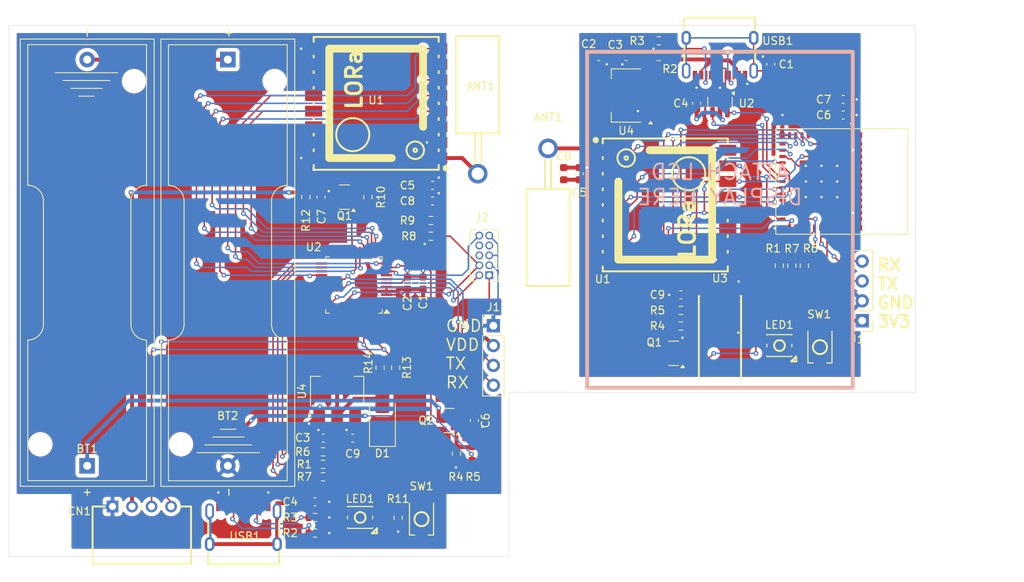
<source format=kicad_pcb>
(kicad_pcb (version 20241229) (generator "pcbnew") (generator_version "9.0")
  (layers (0 "F.Cu" signal) (2 "B.Cu" signal) (13 "F.Paste" user) (15 "B.Paste" user) (5 "F.SilkS" user "F.Silkscreen") (7 "B.SilkS" user "B.Silkscreen") (1 "F.Mask" user) (3 "B.Mask" user) (25 "Edge.Cuts" user))
  (net 0 "")
  (net 1 "Net-(U1-ANT{slash}NC)")
  (net 2 "GND")
  (net 3 "Net-(BT1-+)")
  (net 4 "VDD")
  (net 5 "+3V3")
  (net 6 "Net-(C4-Pad2)")
  (net 7 "Net-(U1-3.3V)")
  (net 8 "/CONPOWER")
  (net 9 "VBUS")
  (net 10 "/SDA")
  (net 11 "/SCL")
  (net 12 "/TX")
  (net 13 "/RX")
  (net 14 "/BOOT0")
  (net 15 "/NRESET")
  (net 16 "/SWDIO")
  (net 20 "/CN1_EN")
  (net 21 "Net-(Q2-G)")
  (net 22 "Net-(USB1-CC1)")
  (net 23 "Net-(USB1-CC2)")
  (net 24 "/BUTTON")
  (net 25 "/LORA_DIO1")
  (net 27 "/LORA_RESET")
  (net 28 "/CS_LORA")
  (net 29 "/MOSI")
  (net 30 "/LORA_BUSY")
  (net 32 "/SCK")
  (net 34 "/LORA_DIO3")
  (net 35 "/MISO")
  (net 42 "/BLUE")
  (net 43 "/GREEN")
  (net 56 "/RED")
  (net 69 "Net-(BT1--)")
  (net 70 "Net-(Q1-D)")
  (net 71 "Net-(LED1-Pad4)")
  (net 72 "Net-(LED1-Pad3)")
  (net 73 "Net-(LED1-K)")
  (net 74 "Net-(C1-Pad2)")
  (net 75 "/DISPLAY_BACKLIGHT")
  (net 76 "Net-(U3-LEDK)")
  (net 77 "/USBD-")
  (net 78 "/DN")
  (net 79 "/DP")
  (net 80 "/USBD+")
  (net 81 "/DISPLAY_TE")
  (net 82 "/DISPLAY_RESET")
  (net 83 "/CS_DISPLAY")
  (net 84 "/DISPLAY_DC")
  (footprint "Package_TO_SOT_SMD:SOT-23" (layer "F.Cu") (at 156.3375 110.6 180)
    (property "Reference" "Q2")
    (property "Value" "AO3401A")
  )
  (footprint "Resistor_SMD:R_0603_1608Metric" (layer "F.Cu") (at 140.2 114.6)
    (property "Reference" "R6")
    (property "Value" "1k")
  )
  (footprint "Connector_PinHeader_2.54mm:PinHeader_1x04_P2.54mm_Vertical" (layer "F.Cu") (at 209.2 97.82 180)
    (property "Reference" "J1")
    (property "Value" "Conn_01x04")
  )
  (footprint "Capacitor_SMD:C_0603_1608Metric" (layer "F.Cu") (at 151 93 90)
    (property "Reference" "C2")
    (property "Value" "100nF")
  )
  (footprint "Capacitor_SMD:C_0603_1608Metric" (layer "F.Cu") (at 159.5625 110.6 -90)
    (property "Reference" "C6")
    (property "Value" "1uF")
  )
  (footprint "MountingHole:MountingHole_3.2mm_M3" (layer "F.Cu") (at 160 124)
    (property "Reference" "H2" (hide yes))
    (property "Value" "MountingHole")
  )
  (footprint "MountingHole:MountingHole_3.2mm_M3" (layer "F.Cu") (at 212 64)
    (property "Reference" "H2" (hide yes))
    (property "Value" "MountingHole")
  )
  (footprint "Resistor_SMD:R_0603_1608Metric" (layer "F.Cu") (at 154 87 180)
    (property "Reference" "R8")
    (property "Value" "10k")
  )
  (footprint "MountingHole:MountingHole_3.2mm_M3" (layer "F.Cu") (at 212 103)
    (property "Reference" "H4" (hide yes))
    (property "Value" "MountingHole")
  )
  (footprint "Capacitor_SMD:C_0603_1608Metric" (layer "F.Cu") (at 186 94.5 180)
    (property "Reference" "C9")
    (property "Value" "1uF")
  )
  (footprint "Resistor_SMD:R_0603_1608Metric" (layer "F.Cu") (at 183.175 64)
    (property "Reference" "R2")
    (property "Value" "5.1k")
  )
  (footprint "Resistor_SMD:R_0603_1608Metric" (layer "F.Cu") (at 139.175 123 180)
    (property "Reference" "R3")
    (property "Value" "5.1k")
  )
  (footprint "MountingHole:MountingHole_3.2mm_M3" (layer "F.Cu") (at 170 64)
    (property "Reference" "H1" (hide yes))
    (property "Value" "MountingHole")
  )
  (footprint "Capacitor_SMD:C_0603_1608Metric" (layer "F.Cu") (at 175.5 64)
    (property "Reference" "C2")
    (property "Value" "1uF")
  )
  (footprint "easyeda:LED-SMD_4P-L3.2-W2.8-LS3.5-TL-1" (layer "F.Cu") (at 144.9325 123)
    (property "Reference" "LED1")
    (property "Value" "S4-3528RGBTA-A")
  )
  (footprint "easyeda:ANT-TH_BD5.5-L18.0-D0.8_470M_LORA_ANT" (layer "F.Cu") (at 160 79 180)
    (property "Reference" "ANT1")
    (property "Value" "VG915SNX17-5W2")
  )
  (footprint "Package_TO_SOT_SMD:SOT-23-6" (layer "F.Cu") (at 191 70 -90)
    (property "Reference" "U2")
    (property "Value" "USBLC6-2SC6")
  )
  (footprint "easyeda:USB-C-SMD_TYPE-C-6PIN-2MD-073" (layer "F.Cu") (at 191 64 180)
    (property "Reference" "USB1")
    (property "Value" "TYPE-C 16PIN 2MD(073)")
  )
  (footprint "Battery:BatteryHolder_Keystone_2460_1xAA" (layer "F.Cu") (at 110.01 116.39 90)
    (property "Reference" "BT1")
    (property "Value" "Battery")
  )
  (footprint "Diode_SMD:D_SMA" (layer "F.Cu") (at 147.8 110.4 90)
    (property "Reference" "D1")
    (property "Value" "SS14")
  )
  (footprint "Capacitor_SMD:C_0603_1608Metric" (layer "F.Cu") (at 173 79 90)
    (property "Reference" "C5")
    (property "Value" "100nF")
  )
  (footprint "Capacitor_SMD:C_0603_1608Metric" (layer "F.Cu") (at 188 70 90)
    (property "Reference" "C4")
    (property "Value" "100nF")
  )
  (footprint "easyeda:CONN-TH_4P-P2.50_ZX-XH2.54-4PWZ" (layer "F.Cu") (at 117 121.6)
    (property "Reference" "CN1")
    (property "Value" "ZX-XH2.54-4PWZ")
  )
  (footprint "Resistor_SMD:R_0603_1608Metric" (layer "F.Cu") (at 149.8 123.045 90)
    (property "Reference" "R11")
    (property "Value" "10k")
  )
  (footprint "Capacitor_SMD:C_0603_1608Metric" (layer "F.Cu") (at 206.775 71.5)
    (property "Reference" "C6")
    (property "Value" "10uF")
  )
  (footprint "Resistor_SMD:R_0603_1608Metric" (layer "F.Cu") (at 198.6 90.775 90)
    (property "Reference" "R1")
    (property "Value" "1k")
  )
  (footprint "Package_TO_SOT_SMD:SOT-23" (layer "F.Cu") (at 142.9375 82 180)
    (property "Reference" "Q1")
    (property "Value" "AO3401A")
  )
  (footprint "Package_TO_SOT_SMD:SOT-223-3_TabPin2" (layer "F.Cu") (at 142 106.85 90)
    (property "Reference" "U4")
    (property "Value" "AMS1117-3.3")
  )
  (footprint "Capacitor_SMD:C_0603_1608Metric" (layer "F.Cu") (at 144 112.85 180)
    (property "Reference" "C9")
    (property "Value" "1uF")
  )
  (footprint "Resistor_SMD:R_0603_1608Metric" (layer "F.Cu") (at 138 82 -90)
    (property "Reference" "R12")
    (property "Value" "4.7")
  )
  (footprint "Resistor_SMD:R_0603_1608Metric" (layer "F.Cu") (at 159.275 114.825 -90)
    (property "Reference" "R5")
    (property "Value" "1k")
  )
  (footprint "Package_QFP:LQFP-48_7x7mm_P0.5mm" (layer "F.Cu") (at 144.1625 93.25 180)
    (property "Reference" "U2")
    (property "Value" "STM32G030C8Tx")
  )
  (footprint "Resistor_SMD:R_0603_1608Metric" (layer "F.Cu") (at 147.5 103.825 -90)
    (property "Reference" "R14")
    (property "Value" "10k")
  )
  (footprint "Resistor_SMD:R_0603_1608Metric" (layer "F.Cu") (at 186 98.5 180)
    (property "Reference" "R4")
    (property "Value" "10k")
  )
  (footprint "Capacitor_SMD:C_0603_1608Metric" (layer "F.Cu") (at 139.175 121 180)
    (property "Reference" "C4")
    (property "Value" "1nF")
  )
  (footprint "Capacitor_SMD:C_0603_1608Metric" (layer "F.Cu") (at 154.225 82.5)
    (property "Reference" "C8")
    (property "Value" "10uF")
  )
  (footprint "easyeda:LED-SMD_4P-L3.2-W2.8-LS3.5-TL-1" (layer "F.Cu") (at 198.6 101)
    (property "Reference" "LED1")
    (property "Value" "S4-3528RGBTA-A")
  )
  (footprint "Capacitor_SMD:C_0603_1608Metric" (layer "F.Cu") (at 139.9375 82 90)
    (property "Reference" "C7")
    (property "Value" "1uF")
  )
  (footprint "Capacitor_SMD:C_0603_1608Metric" (layer "F.Cu") (at 153 93 90)
    (property "Reference" "C1")
    (property "Value" "1uF")
  )
  (footprint "MountingHole:MountingHole_3.2mm_M3" (layer "F.Cu") (at 170 103)
    (property "Reference" "H3" (hide yes))
    (property "Value" "MountingHole")
  )
  (footprint "easyeda:ANT-TH_BD5.5-L18.0-D0.8_470M_LORA_ANT" (layer "F.Cu") (at 169 75.7625)
    (property "Reference" "ANT1")
    (property "Value" "VG915SNX17-5W2")
  )
  (footprint "Connector_PinHeader_2.54mm:PinHeader_1x04_P2.54mm_Vertical" (layer "F.Cu") (at 162 98.46)
    (property "Reference" "J1")
    (property "Value" "Conn_01x04")
  )
  (footprint "Resistor_SMD:R_0603_1608Metric" (layer "F.Cu") (at 200.2 90.775 -90)
    (property "Reference" "R7")
    (property "Value" "1k")
  )
  (footprint "Resistor_SMD:R_0603_1608Metric" (layer "F.Cu") (at 140.2 116.2)
    (property "Reference" "R1")
    (property "Value" "1k")
  )
  (footprint "Package_TO_SOT_SMD:SOT-23" (layer "F.Cu") (at 185.0625 102 180)
    (property "Reference" "Q1")
    (property "Value" "AO3400A")
  )
  (footprint "Capacitor_SMD:C_0603_1608Metric" (layer "F.Cu") (at 154.225 80.5)
    (property "Reference" "C5")
    (property "Value" "100nF")
  )
  (footprint "Capacitor_SMD:C_0603_1608Metric" (layer "F.Cu") (at 171 79 90)
    (property "Reference" "C8")
    (property "Value" "10uF")
  )
  (footprint "Resistor_SMD:R_0603_1608Metric" (layer "F.Cu") (at 145.9375 82 90)
    (property "Reference" "R10")
    (property "Value" "10k")
  )
  (footprint "easyeda:SW-SMD_L3.9-W3.0-P4.45" (layer "F.Cu") (at 152.8 123.22 90)
    (property "Reference" "SW1")
    (property "Value" "TS-1088-AR02016")
  )
  (footprint "Resistor_SMD:R_0603_1608Metric" (layer "F.Cu") (at 139.175 125 180)
    (property "Reference" "R2")
    (property "Value" "5.1k")
  )
  (footprint "Resistor_SMD:R_0603_1608Metric" (layer "F.Cu") (at 186 96.5)
    (property "Reference" "R5")
    (property "Value" "4.7")
  )
  (footprint "easyeda:WIRELM-SMD_DL-LLCC68-S-915S" (layer "F.Cu") (at 147 70)
    (property "Reference" "U1")
    (property "Value" "DL-LLCC68-S-915S")
  )
  (footprint "Resistor_SMD:R_0603_1608Metric" (layer "F.Cu") (at 201.8 90.775 -90)
    (property "Reference" "R6")
    (property "Value" "1k")
  )
  (footprint "easyeda:SW-SMD_L3.9-W3.0-P4.45" (layer "F.Cu") (at 203.8 101.2 90)
    (property "Reference" "SW1")
    (property "Value" "TS-1088-AR02016")
  )
  (footprint "Resistor_SMD:R_0603_1608Metric" (layer "F.Cu") (at 157.275 114.825 90)
    (property "Reference" "R4")
    (property "Value" "10k")
  )
  (footprint "Capacitor_SMD:C_0603_1608Metric" (layer "F.Cu") (at 206.775 69.5)
    (property "Reference" "C7")
    (property "Value" "100nF")
  )
  (footprint "Capacitor_SMD:C_0603_1608Metric" (layer "F.Cu") (at 140.225 112.85 180)
    (property "Reference" "C3")
    (property "Value" "1uF")
  )
  (footprint "Resistor_SMD:R_0603_1608Metric" (layer "F.Cu") (at 154 85)
    (property "Reference" "R9")
    (property "Value" "0")
  )
  (footprint "Connector_PinHeader_1.27mm:PinHeader_2x05_P1.27mm_Vertical" (layer "F.Cu") (at 161.47 92 180)
    (property "Reference" "J2")
    (property "Value" "Conn_ARM_JTAG_SWD_10")
  )
  (footprint "Resistor_SMD:R_0603_1608Metric" (layer "F.Cu") (at 149.5 103.825 -90)
    (property "Reference" "R13")
    (property "Value" "10k")
  )
  (footprint "easyeda:ESP32-C6-MINI-1" (layer "F.Cu") (at 203.9 80 -90)
    (property "Reference" "U6" (hide yes))
    (property "Value" "ESP32-C6-MINI-1")
  )
  (footprint "easyeda:USB-C-SMD_TYPE-C-6PIN-2MD-073" (layer "F.Cu") (at 130 124.03)
    (property "Reference" "USB1")
    (property "Value" "TYPE-C 16PIN 2MD(073)")
  )
  (footprint "MountingHole:MountingHole_3.2mm_M3" (layer "F.Cu") (at 104 124)
    (property "Reference" "H1" (hide yes))
    (property "Value" "MountingHole")
  )
  (footprint "Resistor_SMD:R_0603_1608Metric" (layer "F.Cu") (at 140.2 117.8 180)
    (property "Reference" "R7")
    (property "Value" "1k")
  )
  (footprint "Capacitor_SMD:C_0603_1608Metric" (layer "F.Cu") (at 179 64 180)
    (property "Reference" "C3")
    (property "Value" "1uF")
  )
  (footprint "Resistor_SMD:R_0603_1608Metric" (layer "F.Cu") (at 183.175 62)
    (property "Reference" "R3")
    (property "Value" "5.1k")
  )
  (footprint "Capacitor_SMD:C_0603_1608Metric" (layer "F.Cu") (at 197.5 65 -90)
    (property "Reference" "C1")
    (property "Value" "1nF")
  )
  (footprint "Battery:BatteryHolder_Keystone_2460_1xAA" (layer "F.Cu") (at 128.01 64.4 -90)
    (property "Reference" "BT2")
    (property "Value" "Battery")
  )
  (footprint "easyeda:OLED-SMD_10P-P0.50_HS17QS178RX" (layer "F.Cu") (at 191 96.4)
    (property "Reference" "U3")
    (property "Value" "HS17QS178RX")
  )
  (footprint "easyeda:WIRELM-SMD_DL-LLCC68-S-915S" (layer "F.Cu") (at 184 83 180)
    (property "Reference" "U1")
    (property "Value" "DL-LLCC68-S-915S")
  )
  (footprint "Package_TO_SOT_SMD:SOT-223-3_TabPin2" (layer "F.Cu") (at 179 69 180)
    (property "Reference" "U4")
    (property "Value" "AMS1117-3.3")
  )
  (gr_line (start 164 128) (end 100 128) (stroke (width 0.05)) (layer "Edge.Cuts"))
  (gr_line (start 166 107) (end 164 107) (stroke (width 0.05)) (layer "Edge.Cuts"))
  (gr_line (start 100 60) (end 216 60) (stroke (width 0.05)) (layer "Edge.Cuts"))
  (gr_line (start 164 107) (end 164 128) (stroke (width 0.05)) (layer "Edge.Cuts"))
  (gr_line (start 100 128) (end 100 60) (stroke (width 0.05)) (layer "Edge.Cuts"))
  (gr_line (start 216 107) (end 166 107) (stroke (width 0.05)) (layer "Edge.Cuts"))
  (gr_line (start 216 60) (end 216 107) (stroke (width 0.05)) (layer "Edge.Cuts"))
  (gr_text "GND\nVDD\nTX\nRX" (at 155.8 106.6 0) (layer "F.SilkS") (effects (font (size 1.5 1.5) (thickness 0.1875)) (justify left bottom)))
  (gr_text "RX\nTX\nGND\n3V3" (at 211 98.8 0) (layer "F.SilkS") (effects (font (size 1.5 1.5) (thickness 0.3) (bold yes)) (justify left bottom)))
  (gr_text "ATTACH LCD\nDISPLAY HERE" (at 191 80.4 0) (layer "B.SilkS") (effects (font (size 2 2) (thickness 0.25)) (justify mirror)))
  (segment (start 169 75.7625) (end 175.7625 75.7625) (width 0.5) (layer "F.Cu") (net 1))
  (segment (start 158 77) (end 160 79) (width 0.5) (layer "F.Cu") (net 1))
  (segment (start 175.7625 75.7625) (end 176 76) (width 0.5) (layer "F.Cu") (net 1))
  (segment (start 155 77) (end 158 77) (width 0.5) (layer "F.Cu") (net 1))
  (segment (start 198 86) (end 198.9 86) (width 0.5) (layer "F.Cu") (net 2))
  (segment (start 190.698999 69.826) (end 191 69.524999) (width 0.2) (layer "F.Cu") (net 2))
  (segment (start 151 92.225) (end 151 91.4) (width 0.2) (layer "F.Cu") (net 2))
  (segment (start 155 82.5) (end 155 81.5) (width 0.2) (layer "F.Cu") (net 2))
  (segment (start 155 80.5) (end 155 81.5) (width 0.2) (layer "F.Cu") (net 2))
  (segment (start 203.975 78.025) (end 204 78) (width 0.5) (layer "F.Cu") (net 2))
  (segment (start 205.85 82) (end 205.875 81.975) (width 0.5) (layer "F.Cu") (net 2))
  (segment (start 175.775 78.225) (end 176 78) (width 0.5) (layer "F.Cu") (net 2))
  (segment (start 193.351 99.351) (end 193.351 92.849) (width 0.5) (layer "F.Cu") (net 2))
  (segment (start 188.601 69.826) (end 190.698999 69.826) (width 0.2) (layer "F.Cu") (net 2))
  (segment (start 203.9 78.025) (end 203.975 78.025) (width 0.5) (layer "F.Cu") (net 2))
  (segment (start 207.9 71.85) (end 207.55 71.5) (width 0.2) (layer "F.Cu") (net 2))
  (segment (start 199.751057 77.101) (end 200.101 77.101) (width 0.2) (layer "F.Cu") (net 2))
  (segment (start 160.575 111.375) (end 160.6 111.4) (width 0.2) (layer "F.Cu") (net 2))
  (segment (start 139.7 110) (end 139.7 108.9) (width 0.5) (layer "F.Cu") (net 2))
  (segment (start 153.175 87.975) (end 153.2 88) (width 0.2) (layer "F.Cu") (net 2))
  (segment (start 205.875 81.975) (end 205.975 81.975) (width 0.5) (layer "F.Cu") (net 2))
  (segment (start 157.275 116.525) (end 157.2 116.6) (width 0.2) (layer "F.Cu") (net 2))
  (segment (start 126.8 121.65) (end 126.8 119.8) (width 0.5) (layer "F.Cu") (net 2))
  (segment (start 201.925 78.025) (end 205.875 78.025) (width 0.5) (layer "F.Cu") (net 2))
  (segment (start 149.8 123.87) (end 149.8 124.82) (width 0.2) (layer "F.Cu") (net 2))
  (segment (start 207.55 71.5) (end 208.5 71.5) (width 0.2) (layer "F.Cu") (net 2))
  (segment (start 155 80.5) (end 155 79.5) (width 0.2) (layer "F.Cu") (net 2))
  (segment (start 171 78.225) (end 173 78.225) (width 0.5) (layer "F.Cu") (net 2))
  (segment (start 208.85 74.05) (end 207.5 74.05) (width 0.5) (layer "F.Cu") (net 2))
  (segment (start 199 76.8) (end 199.450057 76.8) (width 0.2) (layer "F.Cu") (net 2))
  (segment (start 178.225 64.725) (end 178.5 65) (width 0.2) (layer "F.Cu") (net 2))
  (segment (start 199 73) (end 198.95 73.05) (width 0.5) (layer "F.Cu") (net 2))
  (segment (start 188 69.225) (end 188 68) (width 0.2) (layer "F.Cu") (net 2))
  (segment (start 139.7 108.9) (end 139.8 108.8) (width 0.5) (layer "F.Cu") (net 2))
  (segment (start 208.85 78) (end 208.85 85.95) (width 0.5) (layer "F.Cu") (net 2))
  (segment (start 199.450057 76.8) (end 199.751057 77.101) (width 0.2) (layer "F.Cu") (net 2))
  (segment (start 207.5 74.05) (end 207.15 74.05) (width 0.5) (layer "F.Cu") (net 2))
  (segment (start 196.725 64.225) (end 196.5 64) (width 0.2) (layer "F.Cu") (net 2))
  (segment (start 140 125) (end 141 125) (width 0.2) (layer "F.Cu") (net 2))
  (segment (start 205.975 81.975) (end 206 82) (width 0.5) (layer "F.Cu") (net 2))
  (segment (start 143.225 112.85) (end 143.225 111.825) (width 0.2) (layer "F.Cu") (net 2))
  (segment (start 150.225 93) (end 151 92.225) (width 0.2) (layer "F.Cu") (net 2))
  (segment (start 203.9 81.9) (end 204 82) (width 0.5) (layer "F.Cu") (net 2))
  (segment (start 191 68.8625) (end 191 68) (width 0.2) (layer "F.Cu") (net 2))
  (segment (start 153 92.225) (end 153 91.4) (width 0.2) (layer "F.Cu") (net 2))
  (segment (start 208.8 84) (end 208 84) (width 0.5) (layer "F.Cu") (net 2))
  (segment (start 207.55 74) (end 207.55 71.5) (width 0.5) (layer "F.Cu") (net 2))
  (segment (start 208.85 74.05) (end 208.85 78) (width 0.5) (layer "F.Cu") (net 2))
  (segment (start 176.275 64) (end 178.225 64) (width 0.2) (layer "F.Cu") (net 2))
  (segment (start 186 101.05) (end 186 100.2) (width 0.2) (layer "F.Cu") (net 2))
  (segment (start 187.8 66.38) (end 187.8 67.8) (width 0.5) (layer "F.Cu") (net 2))
  (segment (start 208.8 76) (end 208 76) (width 0.5) (layer "F.Cu") (net 2))
  (segment (start 202 82) (end 205.85 82) (width 0.5) (layer "F.Cu") (net 2))
  (segment (start 203.9 80) (end 204 80) (width 0.5) (layer "F.Cu") (net 2))
  (segment (start 182.35 64) (end 182.35 63.15) (width 0.2) (layer "F.Cu") (net 2))
  (segment (start 207.55 69.5) (end 208.5 69.5) (width 0.2) (layer "F.Cu") (net 2))
  (segment (start 194.2 66.38) (end 194.2 67.2) (width 0.5) (layer "F.Cu") (net 2))
  (segment (start 201.925 78.025) (end 201.925 81.975) (width 0.5) (layer "F.Cu") (net 2))
  (segment (start 182.35 62) (end 182.35 62.85) (width 0.2) (layer "F.Cu") (net 2))
  (segment (start 205.975 78.025) (end 206 78) (width 0.5) (layer "F.Cu") (net 2))
  (segment (start 185.225 94.5) (end 184.5 94.5) (width 0.2) (layer "F.Cu") (net 2))
  (segment (start 188 69.225) (end 188.601 69.826) (width 0.2) (layer "F.Cu") (net 2))
  (segment (start 151 92.225) (end 153 92.225) (width 0.2) (layer "F.Cu") (net 2))
  (segment (start 197.5 64.225) (end 196.725 64.225) (width 0.2) (layer "F.Cu") (net 2))
  (segment (start 139.9375 81.225) (end 140.9375 81.225) (width 0.2) (layer "F.Cu") (net 2))
  (segment (start 203.975 81.975) (end 204 82) (width 0.5) (layer "F.Cu") (net 2))
  (segment (start 201.975 78.025) (end 202 78) (width 0.5) (layer "F.Cu") (net 2))
  (segment (start 206 81.85) (end 205.875 81.975) (width 0.5) (layer "F.Cu") (net 2))
  (segment (start 182.15 71.3) (end 180.8 71.3) (width 0.5) (layer "F.Cu") (net 2))
  (segment (start 201.925 81.975) (end 201.975 81.975) (width 0.5) (layer "F.Cu") (net 2))
  (segment (start 205.875 80) (end 206 80) (width 0.5) (layer "F.Cu") (net 2))
  (segment (start 159.5625 111.375) (end 160.575 111.375) (width 0.2) (layer "F.Cu") (net 2))
  (segment (start 139.95 121) (end 141 121) (width 0.2) (layer "F.Cu") (net 2))
  (segment (start 176.275 64.775) (end 176.5 65) (width 0.2) (layer "F.Cu") (net 2))
  (segment (start 202 80) (end 205.875 80) (width 0.5) (layer "F.Cu") (net 2))
  (segment (start 199 74.1) (end 198.95 74.05) (width 0.2) (layer "F.Cu") (net 2))
  (segment (start 182.35 62.85) (end 182.5 63) (width 0.2) (layer "F.Cu") (net 2))
  (segment (start 173 78.225) (end 175.775 78.225) (width 0.5) (layer "F.Cu") (net 2))
  (segment (start 139.4 110) (end 138.4 111) (width 0.5) (layer "F.Cu") (net 2))
  (segment (start 157.275 115.65) (end 157.275 116.525) (width 0.2) (layer "F.Cu") (net 2))
  (segment (start 200.101 77.101) (end 201.025 78.025) (width 0.2) (layer "F.Cu") (net 2))
  (segment (start 180.8 71.3) (end 180.5 71) (width 0.5) (layer "F.Cu") (net 2))
  (segment (start 207.5 74.05) (end 207.55 74) (width 0.5) (layer "F.Cu") (net 2))
  (segment (start 186 100.2) (end 186.2 100) (width 0.2) (layer "F.Cu") (net 2))
  (segment (start 139 77) (end 139 78.5) (width 0.2) (layer "F.Cu") (net 2))
  (segment (start 191 69.524999) (end 191 68.8625) (width 0.2) (layer "F.Cu") (net 2))
  (segment (start 207.15 74.05) (end 207.1 74.1) (width 0.5) (layer "F.Cu") (net 2))
  (segment (start 201.975 81.975) (end 202 82) (width 0.5) (layer "F.Cu") (net 2))
  (segment (start 194.2 67.2) (end 194.5 67.5) (width 0.5) (layer "F.Cu") (net 2))
  (segment (start 201.925 78.025) (end 201.975 78.025) (width 0.5) (layer "F.Cu") (net 2))
  (segment (start 140 123) (end 141 123) (width 0.2) (layer "F.Cu") (net 2))
  (segment (start 178.225 64) (end 178.225 64.725) (width 0.2) (layer "F.Cu") (net 2))
  (segment (start 139 77) (end 137.4 77) (width 0.2) (layer "F.Cu") (net 2))
  (segment (start 192 90) (end 190.5 90) (width 0.5) (layer "F.Cu") (net 2))
  (segment (start 207.55 69.5) (end 207.55 71.5) (width 0.5) (layer "F.Cu") (net 2))
  (segment (start 133.2 121.65) (end 133.2 119.8) (width 0.5) (layer "F.Cu") (net 2))
  (segment (start 187.8 67.8) (end 188 68) (width 0.5) (layer "F.Cu") (net 2))
  (segment (start 192 76) (end 190.5 76) (width 0.5) (layer "F.Cu") (net 2))
  (segment (start 199.9 74.1) (end 199 74.1) (width 0.2) (layer "F.Cu") (net 2))
  (segment (start 203.9 81.975) (end 203.975 81.975) (width 0.5) (layer "F.Cu") (net 2))
  (segment (start 208.825 78.025) (end 208.85 78) (width 0.5) (layer "F.Cu") (net 2))
  (segment (start 198.9 86) (end 198.95 85.95) (width 0.5) (layer "F.Cu") (net 2))
  (segment (start 148.325 93) (end 150.225 93) (width 0.2) (layer "F.Cu") (net 2))
  (segment (start 153.175 87) (end 153.175 87.975) (width 0.2) (layer "F.Cu") (net 2))
  (segment (start 139.45 112.85) (end 139.45 111.95) (width 0.2) (layer "F.Cu") (net 2))
  (segment (start 206 78) (end 206 81.85) (width 0.5) (layer "F.Cu") (net 2))
  (segment (start 176.275 64) (end 176.275 64.775) (width 0.2) (layer "F.Cu") (net 2))
  (segment (start 182.35 63.15) (end 182.5 63) (width 0.2) (layer "F.Cu") (net 2))
  (segment (start 201.025 78.025) (end 201.925 78.025) (width 0.2) (layer "F.Cu") (net 2))
  (segment (start 139.45 111.95) (end 139.6 111.8) (width 0.2) (layer "F.Cu") (net 2))
  (segment (start 205.875 78.025) (end 205.975 78.025) (width 0.5) (layer "F.Cu") (net 2))
  (segment (start 139.7 110) (end 139.4 110) (width 0.5) (layer "F.Cu") (net 2))
  (segment (start 198.95 73.05) (end 198.95 74.05) (width 0.5) (layer "F.Cu") (net 2))
  (segment (start 203.9 78.025) (end 203.9 81.9) (width 0.5) (layer "F.Cu") (net 2))
  (segment (start 193.351 92.849) (end 193.4 92.8) (width 0.5) (layer "F.Cu") (net 2))
  (segment (start 139 63) (end 137.4 63) (width 0.2) (layer "F.Cu") (net 2))
  (segment (start 201.925 80) (end 202 80) (width 0.5) (layer "F.Cu") (net 2))
  (segment (start 143.225 111.825) (end 143.2 111.8) (width 0.2) (layer "F.Cu") (net 2))
  (segment (start 155 75) (end 153.5 75) (width 0.5) (layer "F.Cu") (net 2))
  (segment (start 199 71.5) (end 199 73) (width 0.5) (layer "F.Cu") (net 2))
  (via (at 206 80) (size 0.6) (drill 0.3) (layers "F.Cu" "B.Cu") (net 2))
  (via (at 186.2 100) (size 0.6) (drill 0.3) (layers "F.Cu" "B.Cu") (net 2))
  (via (at 204 78) (size 0.6) (drill 0.3) (layers "F.Cu" "B.Cu") (net 2))
  (via (at 155 79.5) (size 0.6) (drill 0.3) (layers "F.Cu" "B.Cu") (net 2))
  (via (at 138.4 111) (size 0.6) (drill 0.3) (layers "F.Cu" "B.Cu") (net 2))
  (via (at 202 80) (size 0.6) (drill 0.3) (layers "F.Cu" "B.Cu") (net 2))
  (via (at 194.5 67.5) (size 0.6) (drill 0.3) (layers "F.Cu" "B.Cu") (net 2))
  (via (at 137.4 77) (size 0.6) (drill 0.3) (layers "F.Cu" "B.Cu") (net 2))
  (via (at 141 121) (size 0.6) (drill 0.3) (layers "F.Cu" "B.Cu") (net 2))
  (via (at 190.5 76) (size 0.6) (drill 0.3) (layers "F.Cu" "B.Cu") (net 2))
  (via (at 139 78.5) (size 0.6) (drill 0.3) (layers "F.Cu" "B.Cu") (net 2))
  (via (at 202 78) (size 0.6) (drill 0.3) (layers "F.Cu" "B.Cu") (net 2))
  (via (at 160.6 111.4) (size 0.6) (drill 0.3) (layers "F.Cu" "B.Cu") (net 2))
  (via (at 155 81.5) (size 0.6) (drill 0.3) (layers "F.Cu" "B.Cu") (net 2))
  (via (at 206 78) (size 0.6) (drill 0.3) (layers "F.Cu" "B.Cu") (net 2))
  (via (at 137.4 63) (size 0.6) (drill 0.3) (layers "F.Cu" "B.Cu") (net 2))
  (via (at 208.5 71.5) (size 0.6) (drill 0.3) (layers "F.Cu" "B.Cu") (net 2))
  (via (at 190.5 90) (size 0.6) (drill 0.3) (layers "F.Cu" "B.Cu") (net 2))
  (via (at 204 80) (size 0.6) (drill 0.3) (layers "F.Cu" "B.Cu") (net 2))
  (via (at 178.5 65) (size 0.6) (drill 0.3) (layers "F.Cu" "B.Cu") (net 2))
  (via (at 149.8 124.82) (size 0.6) (drill 0.3) (layers "F.Cu" "B.Cu") (net 2))
  (via (at 184.5 94.5) (size 0.6) (drill 0.3) (layers "F.Cu" "B.Cu") (net 2))
  (via (at 126.8 119.8) (size 0.6) (drill 0.3) (layers "F.Cu" "B.Cu") (net 2))
  (via (at 199 71.5) (size 0.6) (drill 0.3) (layers "F.Cu" "B.Cu") (net 2))
  (via (at 208 76) (size 0.6) (drill 0.3) (layers "F.Cu" "B.Cu") (net 2))
  (via (at 208.5 69.5) (size 0.6) (drill 0.3) (layers "F.Cu" "B.Cu") (net 2))
  (via (at 141 125) (size 0.6) (drill 0.3) (layers "F.Cu" "B.Cu") (net 2))
  (via (at 133.2 119.8) (size 0.6) (drill 0.3) (layers "F.Cu" "B.Cu") (net 2))
  (via (at 143.2 111.8) (size 0.6) (drill 0.3) (layers "F.Cu" "B.Cu") (net 2))
  (via (at 193.351 99.351) (size 0.6) (drill 0.3) (layers "F.Cu" "B.Cu") (net 2))
  (via (at 151 91.4) (size 0.6) (drill 0.3) (layers "F.Cu" "B.Cu") (net 2))
  (via (at 140.9375 81.225) (size 0.6) (drill 0.3) (layers "F.Cu" "B.Cu") (net 2))
  (via (at 157.2 116.6) (size 0.6) (drill 0.3) (layers "F.Cu" "B.Cu") (net 2))
  (via (at 191 68) (size 0.6) (drill 0.3) (layers "F.Cu" "B.Cu") (net 2))
  (via (at 153.2 88) (size 0.6) (drill 0.3) (layers "F.Cu" "B.Cu") (net 2))
  (via (at 202 82) (size 0.6) (drill 0.3) (layers "F.Cu" "B.Cu") (net 2))
  (via (at 188 68) (size 0.6) (drill 0.3) (layers "F.Cu" "B.Cu") (net 2))
  (via (at 180.5 71) (size 0.6) (drill 0.3) (layers "F.Cu" "B.Cu") (net 2))
  (via (at 208 84) (size 0.6) (drill 0.3) (layers "F.Cu" "B.Cu") (net 2))
  (via (at 176.5 65) (size 0.6) (drill 0.3) (layers "F.Cu" "B.Cu") (net 2))
  (via (at 182.5 63) (size 0.6) (drill 0.3) (layers "F.Cu" "B.Cu") (net 2))
  (via (at 139.8 108.8) (size 0.6) (drill 0.3) (layers "F.Cu" "B.Cu") (net 2))
  (via (at 206 82) (size 0.6) (drill 0.3) (layers "F.Cu" "B.Cu") (net 2))
  (via (at 139.6 111.8) (size 0.6) (drill 0.3) (layers "F.Cu" "B.Cu") (net 2))
  (via (at 196.5 64) (size 0.6) (drill 0.3) (layers "F.Cu" "B.Cu") (net 2))
  (via (at 153 91.4) (size 0.6) (drill 0.3) (layers "F.Cu" "B.Cu") (net 2))
  (via (at 204 82) (size 0.6) (drill 0.3) (layers "F.Cu" "B.Cu") (net 2))
  (via (at 174 78.225) (size 0.6) (drill 0.3) (layers "F.Cu" "B.Cu") (net 2))
  (via (at 141 123) (size 0.6) (drill 0.3) (layers "F.Cu" "B.Cu") (net 2))
  (via (at 153.5 75) (size 0.6) (drill 0.3) (layers "F.Cu" "B.Cu") (net 2))
  (via (at 193.4 92.8) (size 0.6) (drill 0.3) (layers "F.Cu" "B.Cu") (net 2))
  (via (at 198 86) (size 0.6) (drill 0.3) (layers "F.Cu" "B.Cu") (net 2))
  (segment (start 161.47 90.73) (end 161.802 90.73) (width 0.2) (layer "B.Cu") (net 2))
  (segment (start 162.6 89.46) (end 162.6 88.05) (width 0.2) (layer "B.Cu") (net 2))
  (segment (start 162.6 88.05) (end 161.47 86.92) (width 0.2) (layer "B.Cu") (net 2))
  (segment (start 161.802 90.73) (end 162.6 91.528) (width 0.2) (layer "B.Cu") (net 2))
  (segment (start 161.47 89.46) (end 162.6 89.46) (width 0.2) (layer "B.Cu") (net 2))
  (segment (start 162.6 89.46) (end 162.6 91.528) (width 0.2) (layer "B.Cu") (net 2))
  (segment (start 162.6 91.528) (end 162.6 95.4) (width 0.2) (layer "B.Cu") (net 2))
  (segment (start 155 110.2) (end 155.4 110.6) (width 0.5) (layer "F.Cu") (net 3))
  (segment (start 155 109) (end 155 110.2) (width 0.5) (layer "F.Cu") (net 3))
  (via (at 155 109) (size 0.6) (drill 0.3) (layers "F.Cu" "B.Cu") (net 3))
  (segment (start 154.049 108.049) (end 155 109) (width 0.5) (layer "B.Cu") (net 3))
  (segment (start 110.01 113.39) (end 114.6 108.8) (width 0.5) (layer "B.Cu") (net 3))
  (segment (start 110.01 116.39) (end 110.01 113.39) (width 0.5) (layer "B.Cu") (net 3))
  (segment (start 115.351 108.049) (end 154.049 108.049) (width 0.5) (layer "B.Cu") (net 3))
  (segment (start 114.6 108.8) (end 115.351 108.049) (width 0.5) (layer "B.Cu") (net 3))
  (segment (start 148.325 94.5) (end 150.275 94.5) (width 0.2) (layer "F.Cu") (net 4))
  (segment (start 153 93.775) (end 151 93.775) (width 0.2) (layer "F.Cu") (net 4))
  (segment (start 161.47 92) (end 161.47 95.33) (width 0.2) (layer "F.Cu") (net 4))
  (segment (start 150.275 94.5) (end 151 93.775) (width 0.2) (layer "F.Cu") (net 4))
  (segment (start 161.47 95.33) (end 161.4 95.4) (width 0.2) (layer "F.Cu") (net 4))
  (segment (start 148.325 93.5) (end 150.725 93.5) (width 0.2) (layer "F.Cu") (net 4))
  (segment (start 150.725 93.5) (end 151 93.775) (width 0.2) (layer "F.Cu") (net 4))
  (segment (start 148.325 94.5) (end 148.325 93.5) (width 0.2) (layer "F.Cu") (net 4))
  (segment (start 202.3 73.2) (end 202.5 73) (width 0.2) (layer "F.Cu") (net 5))
  (segment (start 189.649 93.849) (end 189.649 96.4) (width 0.5) (layer "F.Cu") (net 5))
  (segment (start 206.3 71.8) (end 206 71.5) (width 0.5) (layer "F.Cu") (net 5))
  (segment (start 173 79.775) (end 175.775 79.775) (width 0.5) (layer "F.Cu") (net 5))
  (segment (start 142 111.85) (end 141 112.85) (width 0.5) (layer "F.Cu") (net 5))
  (segment (start 187.875 93.4) (end 189.2 93.4) (width 0.5) (layer "F.Cu") (net 5))
  (segment (start 186.775 94.5) (end 187.875 93.4) (width 0.5) (layer "F.Cu") (net 5))
  (segment (start 147.8 107.8) (end 144.2 107.8) (width 0.5) (layer "F.Cu") (net 5))
  (segment (start 171 79.775) (end 173 79.775) (width 0.5) (layer "F.Cu") (net 5))
  (segment (start 175.775 79.775) (end 176 80) (width 0.5) (layer "F.Cu") (net 5))
  (segment (start 142 110) (end 142 111.85) (width 0.5) (layer "F.Cu") (net 5))
  (segment (start 189.25 96.4) (end 189.75 96.4) (width 0.2) (layer "F.Cu") (net 5))
  (segment (start 202.3 74.1) (end 202.3 73.2) (width 0.2) (layer "F.Cu") (net 5))
  (segment (start 206.3 74.1) (end 206.3 71.8) (width 0.5) (layer "F.Cu") (net 5))
  (segment (start 144.2 107.8) (end 142 110) (width 0.5) (layer "F.Cu") (net 5))
  (segment (start 189.2 93.4) (end 189.649 93.849) (width 0.5) (layer "F.Cu") (net 5))
  (segment (start 206 71.5) (end 206 69.5) (width 0.5) (layer "F.Cu") (net 5))
  (segment (start 142 110) (end 142 103.7) (width 0.5) (layer "F.Cu") (net 5))
  (segment (start 134.32 126.41) (end 134.32 122.2) (width 0.5) (layer "F.Cu") (net 6))
  (segment (start 125.68 126.41) (end 134.32 126.41) (width 0.5) (layer "F.Cu") (net 6))
  (segment (start 134.32 121.17) (end 138.23 121.17) (width 0.5) (layer "F.Cu") (net 6))
  (segment (start 138.23 121.17) (end 138.4 121) (width 0.5) (layer "F.Cu") (net 6))
  (segment (start 125.68 122.2) (end 125.68 126.41) (width 0.5) (layer "B.Cu") (net 6))
  (segment (start 153.45 82.5) (end 153.45 83.625) (width 0.5) (layer "F.Cu") (net 7))
  (segment (start 153.45 82.5) (end 153.45 80.5) (width 0.5) (layer "F.Cu") (net 7))
  (segment (start 153.45 83.625) (end 154.825 85) (width 0.5) (layer "F.Cu") (net 7))
  (segment (start 153.5 73) (end 155 73) (width 0.5) (layer "F.Cu") (net 7))
  (segment (start 153.45 80.5) (end 153.45 79.45) (width 0.5) (layer "F.Cu") (net 7))
  (segment (start 152.5 78.5) (end 152.5 74) (width 0.5) (layer "F.Cu") (net 7))
  (segment (start 152.5 74) (end 153.5 73) (width 0.5) (layer "F.Cu") (net 7))
  (segment (start 153.45 79.45) (end 152.5 78.5) (width 0.5) (layer "F.Cu") (net 7))
  (segment (start 115.75 81.55) (end 115.6 81.4) (width 0.5) (layer "F.Cu") (net 8))
  (segment (start 135.8 81.4) (end 137.775 81.4) (width 0.5) (layer "F.Cu") (net 8))
  (segment (start 137.775 81.4) (end 138 81.175) (width 0.5) (layer "F.Cu") (net 8))
  (segment (start 115.75 121.6) (end 115.75 81.55) (width 0.5) (layer "F.Cu") (net 8))
  (via (at 115.6 81.4) (size 0.6) (drill 0.3) (layers "F.Cu" "B.Cu") (net 8))
  (via (at 135.8 81.4) (size 0.6) (drill 0.3) (layers "F.Cu" "B.Cu") (net 8))
  (segment (start 115.6 81.4) (end 136 81.4) (width 0.5) (layer "B.Cu") (net 8))
  (segment (start 136 81.4) (end 135.8 81.4) (width 0.5) (layer "B.Cu") (net 8))
  (segment (start 144.775 110.475) (end 144.3 110) (width 0.5) (layer "F.Cu") (net 9))
  (segment (start 188 72) (end 188 70.775) (width 0.5) (layer "F.Cu") (net 9))
  (segment (start 182.15 66.7) (end 182.15 66.375) (width 0.5) (layer "F.Cu") (net 9))
  (segment (start 193.201 66.181) (end 193.4 66.38) (width 0.2) (layer "F.Cu") (net 9))
  (segment (start 182.15 66.7) (end 183.1 66.7) (width 0.5) (layer "F.Cu") (net 9))
  (segment (start 193.4 68.9771) (end 192.3531 70.024) (width 0.5) (layer "F.Cu") (net 9))
  (segment (start 127.6 121.65) (end 127.6 120.2) (width 0.5) (layer "F.Cu") (net 9))
  (segment (start 183.1 66.7) (end 185.421 64.379) (width 0.5) (layer "F.Cu") (net 9))
  (segment (start 188.6 65.801364) (end 188.6 66.38) (width 0.2) (layer "F.Cu") (net 9))
  (segment (start 145.6 110) (end 144.3 110) (width 0.5) (layer "F.Cu") (net 9))
  (segment (start 192.3531 70.024) (end 191.451001 70.024) (width 0.5) (layer "F.Cu") (net 9))
  (segment (start 192.172 64.5) (end 192.672 65) (width 0.5) (layer "F.Cu") (net 9))
  (segment (start 130.2 119.6) (end 132 119.6) (width 0.5) (layer "F.Cu") (net 9))
  (segment (start 182.15 66.375) (end 179.775 64) (width 0.5) (layer "F.Cu") (net 9))
  (segment (start 191.451001 70.024) (end 191 70.475001) (width 0.5) (layer "F.Cu") (net 9))
  (segment (start 192.672 65) (end 193.201 65.529) (width 0.2) (layer "F.Cu") (net 9))
  (segment (start 130.2 111.4) (end 130.2 119.6) (width 0.5) (layer "F.Cu") (net 9))
  (segment (start 191 71.1375) (end 191 71.773342) (width 0.5) (layer "F.Cu") (net 9))
  (segment (start 191 70.475001) (end 191 71.1375) (width 0.5) (layer "F.Cu") (net 9))
  (segment (start 193.201 65.529) (end 193.201 66.181) (width 0.2) (layer "F.Cu") (net 9))
  (segment (start 159.275 114.975) (end 159.2 114.9) (width 0.2) (layer "F.Cu") (net 9))
  (segment (start 159.275 115.65) (end 159.275 114.975) (width 0.2) (layer "F.Cu") (net 9))
  (segment (start 189.200682 65.200682) (end 188.6 65.801364) (width 0.2) (layer "F.Cu") (net 9))
  (segment (start 185.421 64.379) (end 189.780364 64.379) (width 0.5) (layer "F.Cu") (net 9))
  (segment (start 189.901364 64.5) (end 192.172 64.5) (width 0.5) (layer "F.Cu") (net 9))
  (segment (start 132.4 120) (end 132.4 121.65) (width 0.5) (layer "F.Cu") (net 9))
  (segment (start 144.775 112.85) (end 144.775 110.475) (width 0.5) (layer "F.Cu") (net 9))
  (segment (start 128.2 119.6) (end 130.2 119.6) (width 0.5) (layer "F.Cu") (net 9))
  (segment (start 131 110.6) (end 130.2 111.4) (width 0.5) (layer "F.Cu") (net 9))
  (segment (start 189.780364 64.379) (end 189.901364 64.5) (width 0.5) (layer "F.Cu") (net 9))
  (segment (start 127.6 120.2) (end 128.2 119.6) (width 0.5) (layer "F.Cu") (net 9))
  (segment (start 189.200682 65.200682) (end 189.901364 64.5) (width 0.5) (layer "F.Cu") (net 9))
  (segment (start 191 71.773342) (end 191.342697 72.116039) (width 0.5) (layer "F.Cu") (net 9))
  (segment (start 193.4 66.38) (end 193.4 68.9771) (width 0.5) (layer "F.Cu") (net 9))
  (segment (start 132 119.6) (end 132.4 120) (width 0.5) (layer "F.Cu") (net 9))
  (via (at 131 110.6) (size 0.6) (drill 0.3) (layers "F.Cu" "B.Cu") (net 9))
  (via (at 145.6 110) (size 0.6) (drill 0.3) (layers "F.Cu" "B.Cu") (net 9))
  (via (at 191.342697 72.116039) (size 0.6) (drill 0.3) (layers "F.Cu" "B.Cu") (net 9))
  (via (at 188 72) (size 0.6) (drill 0.3) (layers "F.Cu" "B.Cu") (net 9))
  (via (at 159.2 114.9) (size 0.6) (drill 0.3) (layers "F.Cu" "B.Cu") (net 9))
  (segment (start 191.342697 72.116039) (end 190.426658 71.2) (width 0.5) (layer "B.Cu") (net 9))
  (segment (start 154.3 110) (end 145.6 110) (width 0.2) (layer "B.Cu") (net 9))
  (segment (start 190.426658 71.2) (end 188.8 71.2) (width 0.5) (layer "B.Cu") (net 9))
  (segment (start 131 110.6) (end 131.6 110) (width 0.5) (layer "B.Cu") (net 9))
  (segment (start 188.8 71.2) (end 188 72) (width 0.5) (layer "B.Cu") (net 9))
  (segment (start 159.2 114.9) (end 154.3 110) (width 0.2) (layer "B.Cu") (net 9))
  (segment (start 131.6 110) (end 145.6 110) (width 0.5) (layer "B.Cu") (net 9))
  (segment (start 149.5 103) (end 148 101.5) (width 0.2) (layer "F.Cu") (net 10))
  (segment (start 145.9125 99.4125) (end 145.9125 97.4125) (width 0.2) (layer "F.Cu") (net 10))
  (segment (start 148 101.5) (end 145.9125 99.4125) (width 0.2) (layer "F.Cu") (net 10))
  (segment (start 118.25 101.777) (end 118.25 121.6) (width 0.2) (layer "F.Cu") (net 10))
  (segment (start 148 101.5) (end 147.75 101.25) (width 0.2) (layer "F.Cu") (net 10))
  (segment (start 118.5135 101.5135) (end 118.25 101.777) (width 0.2) (layer "F.Cu") (net 10))
  (via (at 148 101.5) (size 0.6) (drill 0.3) (layers "F.Cu" "B.Cu") (net 10))
  (via (at 118.5135 101.5135) (size 0.6) (drill 0.3) (layers "F.Cu" "B.Cu") (net 10))
  (segment (start 148 101.5) (end 147.9865 101.5135) (width 0.2) (layer "B.Cu") (net 10))
  (segment (start 118.5 101.5) (end 118.5135 101.5135) (width 0.2) (layer "B.Cu") (net 10))
  (segment (start 147.9865 101.5135) (end 118.5135 101.5135) (width 0.2) (layer "B.Cu") (net 10))
  (segment (start 147.5 103) (end 145.4125 100.9125) (width 0.2) (layer "F.Cu") (net 11))
  (segment (start 119.5 119.75) (end 119.5 100.5) (width 0.2) (layer "F.Cu") (net 11))
  (segment (start 120.75 121) (end 119.5 119.75) (width 0.2) (layer "F.Cu") (net 11))
  (segment (start 145.4125 100.9125) (end 145.4125 97.4125) (width 0.2) (layer "F.Cu") (net 11))
  (segment (start 120.75 121.6) (end 120.75 121) (width 0.2) (layer "F.Cu") (net 11))
  (via (at 145.4125 100.9125) (size 0.6) (drill 0.3) (layers "F.Cu" "B.Cu") (net 11))
  (via (at 119.5 100.5) (size 0.6) (drill 0.3) (layers "F.Cu" "B.Cu") (net 11))
  (segment (start 145 100.5) (end 145.4125 100.9125) (width 0.2) (layer "B.Cu") (net 11))
  (segment (start 119.5 100.5) (end 145 100.5) (width 0.2) (layer "B.Cu") (net 11))
  (segment (start 209.2 92.74) (end 207.48 92.74) (width 0.2) (layer "F.Cu") (net 12))
  (segment (start 142.975303 92.5) (end 143.375303 92.1) (width 0.2) (layer "F.Cu") (net 12))
  (segment (start 207.48 92.74) (end 204.7 89.96) (width 0.2) (layer "F.Cu") (net 12))
  (segment (start 158 98.7) (end 158 99.54) (width 0.2) (layer "F.Cu") (net 12))
  (segment (start 158 99.54) (end 162 103.54) (width 0.2) (layer "F.Cu") (net 12))
  (segment (start 140 92.5) (end 142.975303 92.5) (width 0.2) (layer "F.Cu") (net 12))
  (segment (start 204.7 85.9) (end 204.7 89.96) (width 0.2) (layer "F.Cu") (net 12))
  (segment (start 158.1 98.6) (end 158 98.7) (width 0.2) (layer "F.Cu") (net 12))
  (via (at 143.375303 92.1) (size 0.6) (drill 0.3) (layers "F.Cu" "B.Cu") (net 12))
  (via (at 158.1 98.6) (size 0.6) (drill 0.3) (layers "F.Cu" "B.Cu") (net 12))
  (segment (start 143.775303 92.5) (end 143.375303 92.1) (width 0.2) (layer "B.Cu") (net 12))
  (segment (start 158.1 98.6) (end 158.1 94.1) (width 0.2) (layer "B.Cu") (net 12))
  (segment (start 156.5 92.5) (end 143.775303 92.5) (width 0.2) (layer "B.Cu") (net 12))
  (segment (start 158.1 94.1) (end 156.5 92.5) (width 0.2) (layer "B.Cu") (net 12))
  (segment (start 206.2 90.2) (end 205.6 89.6) (width 0.2) (layer "F.Cu") (net 13))
  (segment (start 142.511502 94) (end 140 94) (width 0.2) (layer "F.Cu") (net 13))
  (segment (start 203.9 87.9) (end 203.9 85.9) (width 0.2) (layer "F.Cu") (net 13))
  (segment (start 204 88) (end 203.9 87.9) (width 0.2) (layer "F.Cu") (net 13))
  (segment (start 143.485907 93.025595) (end 142.511502 94) (width 0.2) (layer "F.Cu") (net 13))
  (segment (start 157.5 98) (end 157.5 100) (width 0.2) (layer "F.Cu") (net 13))
  (segment (start 157.5 100) (end 160.5 103) (width 0.2) (layer "F.Cu") (net 13))
  (segment (start 160.5 103) (end 160.5 104.58) (width 0.2) (layer "F.Cu") (net 13))
  (segment (start 160.5 104.58) (end 162 106.08) (width 0.2) (layer "F.Cu") (net 13))
  (segment (start 209.2 90.2) (end 206.2 90.2) (width 0.2) (layer "F.Cu") (net 13))
  (via (at 143.485907 93.025595) (size 0.6) (drill 0.3) (layers "F.Cu" "B.Cu") (net 13))
  (via (at 204 88) (size 0.6) (drill 0.3) (layers "F.Cu" "B.Cu") (net 13))
  (via (at 205.6 89.6) (size 0.6) (drill 0.3) (layers "F.Cu" "B.Cu") (net 13))
  (via (at 157.5 98) (size 0.6) (drill 0.3) (layers "F.Cu" "B.Cu") (net 13))
  (segment (start 157.5 98) (end 157.485421 97.985421) (width 0.2) (layer "B.Cu") (net 13))
  (segment (start 157.485421 94.085421) (end 156.4 93) (width 0.2) (layer "B.Cu") (net 13))
  (segment (start 157.485421 97.985421) (end 157.485421 94.085421) (width 0.2) (layer "B.Cu") (net 13))
  (segment (start 143.511502 93) (end 143.485907 93.025595) (width 0.2) (layer "B.Cu") (net 13))
  (segment (start 205.6 89.6) (end 204 88) (width 0.2) (layer "B.Cu") (net 13))
  (segment (start 156.4 93) (end 143.511502 93) (width 0.2) (layer "B.Cu") (net 13))
  (segment (start 156.93 94) (end 156.709686 94) (width 0.2) (layer "F.Cu") (net 14))
  (segment (start 156.709686 94) (end 156.285421 94.424265) (width 0.2) (layer "F.Cu") (net 14))
  (segment (start 154.825 87) (end 156.47 87) (width 0.2) (layer "F.Cu") (net 14))
  (segment (start 156.47 87) (end 160.2 90.73) (width 0.2) (layer "F.Cu") (net 14))
  (segment (start 140 96) (end 142.44853 96) (width 0.2) (layer "F.Cu") (net 14))
  (segment (start 142.44853 96) (end 144.224265 94.224265) (width 0.2) (layer "F.Cu") (net 14))
  (segment (start 160.2 90.73) (end 156.93 94) (width 0.2) (layer "F.Cu") (net 14))
  (via (at 144.224265 94.224265) (size 0.6) (drill 0.3) (layers "F.Cu" "B.Cu") (net 14))
  (via (at 156.285421 94.424265) (size 0.6) (drill 0.3) (layers "F.Cu" "B.Cu") (net 14))
  (segment (start 155.6 94.2) (end 144.24853 94.2) (width 0.2) (layer "B.Cu") (net 14))
  (segment (start 156.285421 94.424265) (end 155.824265 94.424265) (width 0.2) (layer "B.Cu") (net 14))
  (segment (start 144.24853 94.2) (end 144.224265 94.224265) (width 0.2) (layer "B.Cu") (net 14))
  (segment (start 155.824265 94.424265) (end 155.6 94.2) (width 0.2) (layer "B.Cu") (net 14))
  (segment (start 149.292224 91.5) (end 149.533785 91.741561) (width 0.2) (layer "F.Cu") (net 15))
  (segment (start 148.325 91.5) (end 149.292224 91.5) (width 0.2) (layer "F.Cu") (net 15))
  (via (at 149.533785 91.741561) (size 0.6) (drill 0.3) (layers "F.Cu" "B.Cu") (net 15))
  (segment (start 149.533785 91.741561) (end 149.792224 92) (width 0.2) (layer "B.Cu") (net 15))
  (segment (start 149.792224 92) (end 158 92) (width 0.2) (layer "B.Cu") (net 15))
  (segment (start 158.8 88.32) (end 160.2 86.92) (width 0.2) (layer "B.Cu") (net 15))
  (segment (start 158.8 91.2) (end 158.8 88.32) (width 0.2) (layer "B.Cu") (net 15))
  (segment (start 158 92) (end 158.8 91.2) (width 0.2) (layer "B.Cu") (net 15))
  (segment (start 157.2 95) (end 160.2 92) (width 0.2) (layer "F.Cu") (net 16))
  (segment (start 157.085421 95) (end 157.2 95) (width 0.2) (layer "F.Cu") (net 16))
  (segment (start 141.3 95.5) (end 142 94.8) (width 0.2) (layer "F.Cu") (net 16))
  (segment (start 156.885421 95.2) (end 157.085421 95) (width 0.2) (layer "F.Cu") (net 16))
  (segment (start 140 95.5) (end 141.3 95.5) (width 0.2) (layer "F.Cu") (net 16))
  (via (at 142 94.8) (size 0.6) (drill 0.3) (layers "F.Cu" "B.Cu") (net 16))
  (via (at 156.885421 95.2) (size 0.6) (drill 0.3) (layers "F.Cu" "B.Cu") (net 16))
  (segment (start 156.885421 94.085421) (end 156.4 93.6) (width 0.2) (layer "B.Cu") (net 16))
  (segment (start 156.4 93.6) (end 144 93.6) (width 0.2) (layer "B.Cu") (net 16))
  (segment (start 142.8 94.8) (end 142 94.8) (width 0.2) (layer "B.Cu") (net 16))
  (segment (start 156.885421 95.2) (end 156.885421 94.085421) (width 0.2) (layer "B.Cu") (net 16))
  (segment (start 144 93.6) (end 142.8 94.8) (width 0.2) (layer "B.Cu") (net 16))
  (segment (start 143.875 87.398) (end 143.875 87) (width 0.2) (layer "F.Cu") (net 20))
  (segment (start 143.875 87) (end 143.875 82.95) (width 0.2) (layer "F.Cu") (net 20))
  (segment (start 143.9125 87.0375) (end 143.875 87) (width 0.2) (layer "F.Cu") (net 20))
  (segment (start 145.9375 82.825) (end 144 82.825) (width 0.2) (layer "F.Cu") (net 20))
  (segment (start 143.9125 89.0875) (end 143.9125 87.0375) (width 0.2) (layer "F.Cu") (net 20))
  (segment (start 157.275 114) (end 159.275 114) (width 0.5) (layer "F.Cu") (net 21))
  (segment (start 157.275 111.55) (end 157.275 114) (width 0.5) (layer "F.Cu") (net 21))
  (segment (start 138.4 124.95) (end 138.35 125) (width 0.2) (layer "F.Cu") (net 22))
  (segment (start 192.25 67.217771) (end 192.25 66.38) (width 0.2) (layer "F.Cu") (net 22))
  (segment (start 138.4 124) (end 138.4 124.95) (width 0.2) (layer "F.Cu") (net 22))
  (segment (start 128.75 123.05) (end 128.75 121.65) (width 0.2) (layer "F.Cu") (net 22))
  (segment (start 184 64) (end 184.371 63.629) (width 0.2) (layer "F.Cu") (net 22))
  (segment (start 192.433799 67.40157) (end 192.25 67.217771) (width 0.2) (layer "F.Cu") (net 22))
  (segment (start 191.871 63.629) (end 192 63.5) (width 0.2) (layer "F.Cu") (net 22))
  (segment (start 184.371 63.629) (end 191.871 63.629) (width 0.2) (layer "F.Cu") (net 22))
  (segment (start 128.6 123.2) (end 128.75 123.05) (width 0.2) (layer "F.Cu") (net 22))
  (via (at 192 63.5) (size 0.6) (drill 0.3) (layers "F.Cu" "B.Cu") (net 22))
  (via (at 138.4 124) (size 0.6) (drill 0.3) (layers "F.Cu" "B.Cu") (net 22))
  (via (at 192.433799 67.40157) (size 0.6) (drill 0.3) (layers "F.Cu" "B.Cu") (net 22))
  (via (at 128.6 123.2) (size 0.6) (drill 0.3) (layers "F.Cu" "B.Cu") (net 22))
  (segment (start 129.8 124.4) (end 138 124.4) (width 0.2) (layer "B.Cu") (net 22))
  (segment (start 128.6 123.2) (end 129.8 124.4) (width 0.2) (layer "B.Cu") (net 22))
  (segment (start 192 63.5) (end 192 66.967771) (width 0.2) (layer "B.Cu") (net 22))
  (segment (start 138 124.4) (end 138.4 124) (width 0.2) (layer "B.Cu") (net 22))
  (segment (start 192 66.967771) (end 192.433799 67.40157) (width 0.2) (layer "B.Cu") (net 22))
  (segment (start 185 63) (end 189 63) (width 0.2) (layer "F.Cu") (net 23))
  (segment (start 138.35 123) (end 137.4 123) (width 0.2) (layer "F.Cu") (net 23))
  (segment (start 131.6 123.4) (end 131.75 123.25) (width 0.2) (layer "F.Cu") (net 23))
  (segment (start 131.75 123.25) (end 131.75 121.65) (width 0.2) (layer "F.Cu") (net 23))
  (segment (start 189.155028 67.344229) (end 189.25 67.249257) (width 0.2) (layer "F.Cu") (net 23))
  (segment (start 189.25 67.249257) (end 189.25 66.38) (width 0.2) (layer "F.Cu") (net 23))
  (segment (start 184 62) (end 185 63) (width 0.2) (layer "F.Cu") (net 23))
  (via (at 131.6 123.4) (size 0.6) (drill 0.3) (layers "F.Cu" "B.Cu") (net 23))
  (via (at 137.4 123) (size 0.6) (drill 0.3) (layers "F.Cu" "B.Cu") (net 23))
  (via (at 189.155028 67.344229) (size 0.6) (drill 0.3) (layers "F.Cu" "B.Cu") (net 23))
  (via (at 189 63) (size 0.6) (drill 0.3) (layers "F.Cu" "B.Cu") (net 23))
  (segment (start 189 63) (end 189.155028 63.155028) (width 0.2) (layer "B.Cu") (net 23))
  (segment (start 131.8 123.8) (end 131.6 123.6) (width 0.2) (layer "B.Cu") (net 23))
  (segment (start 131.6 123.6) (end 131.6 123.4) (width 0.2) (layer "B.Cu") (net 23))
  (segment (start 189.155028 63.155028) (end 189.155028 67.344229) (width 0.2) (layer "B.Cu") (net 23))
  (segment (start 136.6 123.8) (end 131.8 123.8) (width 0.2) (layer "B.Cu") (net 23))
  (segment (start 137.4 123) (end 136.6 123.8) (width 0.2) (layer "B.Cu") (net 23))
  (segment (start 203.8 95.82) (end 203.2 95.22) (width 0.2) (layer "F.Cu") (net 24))
  (segment (start 199 84) (end 201 84) (width 0.2) (layer "F.Cu") (net 24))
  (segment (start 154 91.550057) (end 154 117.82) (width 0.2) (layer "F.Cu") (net 24))
  (segment (start 203.8 99.02) (end 203.8 95.82) (width 0.2) (layer "F.Cu") (net 24))
  (segment (start 153.249943 90.8) (end 154 91.550057) (width 0.2) (layer "F.Cu") (net 24))
  (segment (start 149.8 122.22) (end 151.62 122.22) (width 0.2) (layer "F.Cu") (net 24))
  (segment (start 152.8 121.04) (end 152.8 119.02) (width 0.2) (layer "F.Cu") (net 24))
  (segment (start 203.2 95.22) (end 203.2 87.4) (width 0.2) (layer "F.Cu") (net 24))
  (segment (start 201.8 84.8) (end 203.2 84.8) (width 0.2) (layer "F.Cu") (net 24))
  (segment (start 149.8 90.8) (end 153.249943 90.8) (width 0.2) (layer "F.Cu") (net 24))
  (segment (start 152.8 119.02) (end 154 117.82) (width 0.2) (layer "F.Cu") (net 24))
  (segment (start 148.325 91) (end 149.6 91) (width 0.2) (layer "F.Cu") (net 24))
  (segment (start 151.62 122.22) (end 152.8 121.04) (width 0.2) (layer "F.Cu") (net 24))
  (segment (start 201 84) (end 201.8 84.8) (width 0.2) (layer "F.Cu") (net 24))
  (segment (start 149.6 91) (end 149.8 90.8) (width 0.2) (layer "F.Cu") (net 24))
  (via (at 149.8 90.8) (size 0.6) (drill 0.3) (layers "F.Cu" "B.Cu") (net 24))
  (via (at 203.2 84.8) (size 0.6) (drill 0.3) (layers "F.Cu" "B.Cu") (net 24))
  (via (at 203.2 87.4) (size 0.6) (drill 0.3) (layers "F.Cu" "B.Cu") (net 24))
  (segment (start 203.2 87.4) (end 203.2 84.8) (width 0.2) (layer "B.Cu") (net 24))
  (segment (start 200 76.5) (end 199.5 76) (width 0.2) (layer "F.Cu") (net 25))
  (segment (start 145.4125 88.185696) (end 144.925152 87.698348) (width 0.2) (layer "F.Cu") (net 25))
  (segment (start 145.4125 89.0875) (end 145.4125 88.185696) (width 0.2) (layer "F.Cu") (net 25))
  (segment (start 180.4 82.2) (end 176.6 86) (width 0.2) (layer "F.Cu") (net 25))
  (segment (start 125.5 70) (end 125 70.5) (width 0.2) (layer "F.Cu") (net 25))
  (segment (start 155 67) (end 153 67) (width 0.2) (layer "F.Cu") (net 25))
  (segment (start 176.6 86) (end 176 86) (width 0.2) (layer "F.Cu") (net 25))
  (segment (start 199.5 76) (end 199 76) (width 0.2) (layer "F.Cu") (net 25))
  (segment (start 125 70.5) (end 125 86) (width 0.2) (layer "F.Cu") (net 25))
  (segment (start 181.05 79.45) (end 180.4 80.1) (width 0.2) (layer "F.Cu") (net 25))
  (segment (start 180.4 80.1) (end 180.4 82.2) (width 0.2) (layer "F.Cu") (net 25))
  (via (at 125.5 70) (size 0.6) (drill 0.3) (layers "F.Cu" "B.Cu") (net 25))
  (via (at 200 76.5) (size 0.6) (drill 0.3) (layers "F.Cu" "B.Cu") (net 25))
  (via (at 125 86) (size 0.6) (drill 0.3) (layers "F.Cu" "B.Cu") (net 25))
  (via (at 153 67) (size 0.6) (drill 0.3) (layers "F.Cu" "B.Cu") (net 25))
  (via (at 181.05 79.45) (size 0.6) (drill 0.3) (layers "F.Cu" "B.Cu") (net 25))
  (via (at 144.925152 87.698348) (size 0.6) (drill 0.3) (layers "F.Cu" "B.Cu") (net 25))
  (segment (start 191.9349 76.998) (end 194.502 76.998) (width 0.2) (layer "B.Cu") (net 25))
  (segment (start 152.399 68.601) (end 152.399 67.601) (width 0.2) (layer "B.Cu") (net 25))
  (segment (start 125.5 86.5) (end 130.5 86.5) (width 0.2) (layer "B.Cu") (net 25))
  (segment (start 199.399 75.899) (end 200 76.5) (width 0.2) (layer "B.Cu") (net 25))
  (segment (start 144.726804 87.5) (end 144.925152 87.698348) (width 0.2) (layer "B.Cu") (net 25))
  (segment (start 130.5 86.5) (end 131.5 87.5) (width 0.2) (layer "B.Cu") (net 25))
  (segment (start 125.5 70) (end 151 70) (width 0.2) (layer "B.Cu") (net 25))
  (segment (start 181.05 79.45) (end 181.5 79) (width 0.2) (layer "B.Cu") (net 25))
  (segment (start 189.9329 79) (end 191.9349 76.998) (width 0.2) (layer "B.Cu") (net 25))
  (segment (start 194.502 76.998) (end 195.601 75.899) (width 0.2) (layer "B.Cu") (net 25))
  (segment (start 152.399 67.601) (end 153 67) (width 0.2) (layer "B.Cu") (net 25))
  (segment (start 181.5 79) (end 189.9329 79) (width 0.2) (layer "B.Cu") (net 25))
  (segment (start 131.5 87.5) (end 144.726804 87.5) (width 0.2) (layer "B.Cu") (net 25))
  (segment (start 125 86) (end 125.5 86.5) (width 0.2) (layer "B.Cu") (net 25))
  (segment (start 195.601 75.899) (end 199.399 75.899) (width 0.2) (layer "B.Cu") (net 25))
  (segment (start 151 70) (end 152.399 68.601) (width 0.2) (layer "B.Cu") (net 25))
  (segment (start 179 77) (end 179 80.75) (width 0.2) (layer "F.Cu") (net 27))
  (segment (start 138.6 92) (end 138.5 92.1) (width 0.2) (layer "F.Cu") (net 27))
  (segment (start 155 71) (end 153 71) (width 0.2) (layer "F.Cu") (net 27))
  (segment (start 177.75 82) (end 176 82) (width 0.2) (layer "F.Cu") (net 27))
  (segment (start 127.4 72) (end 127 72.4) (width 0.2) (layer "F.Cu") (net 27))
  (segment (start 199.5 75) (end 199.2 75) (width 0.2) (layer "F.Cu") (net 27))
  (segment (start 179 80.75) (end 177.75 82) (width 0.2) (layer "F.Cu") (net 27))
  (segment (start 127 91.5) (end 127.5 92) (width 0.2) (layer "F.Cu") (net 27))
  (segment (start 140 92) (end 138.6 92) (width 0.2) (layer "F.Cu") (net 27))
  (segment (start 200 75.5) (end 199.5 75) (width 0.2) (layer "F.Cu") (net 27))
  (segment (start 127 72.4) (end 127 91.5) (width 0.2) (layer "F.Cu") (net 27))
  (segment (start 180.5 75.5) (end 179 77) (width 0.2) (layer "F.Cu") (net 27))
  (segment (start 199.2 75) (end 199 75.2) (width 0.2) (layer "F.Cu") (net 27))
  (via (at 127.4 72) (size 0.6) (drill 0.3) (layers "F.Cu" "B.Cu") (net 27))
  (via (at 200 75.5) (size 0.6) (drill 0.3) (layers "F.Cu" "B.Cu") (net 27))
  (via (at 138.5 92.1) (size 0.6) (drill 0.3) (layers "F.Cu" "B.Cu") (net 27))
  (via (at 127.5 92) (size 0.6) (drill 0.3) (layers "F.Cu" "B.Cu") (net 27))
  (via (at 180.5 75.5) (size 0.6) (drill 0.3) (layers "F.Cu" "B.Cu") (net 27))
  (via (at 153 71) (size 0.6) (drill 0.3) (layers "F.Cu" "B.Cu") (net 27))
  (segment (start 186 75) (end 199.5 75) (width 0.2) (layer "B.Cu") (net 27))
  (segment (start 138.4 92) (end 138.5 92.1) (width 0.2) (layer "B.Cu") (net 27))
  (segment (start 152 72) (end 153 71) (width 0.2) (layer "B.Cu") (net 27))
  (segment (start 185.5 75.5) (end 186 75) (width 0.2) (layer "B.Cu") (net 27))
  (segment (start 127.4 72) (end 152 72) (width 0.2) (layer "B.Cu") (net 27))
  (segment (start 127.5 92) (end 138.4 92) (width 0.2) (layer "B.Cu") (net 27))
  (segment (start 199.5 75) (end 200 75.5) (width 0.2) (layer "B.Cu") (net 27))
  (segment (start 180.5 75.5) (end 185.5 75.5) (width 0.2) (layer "B.Cu") (net 27))
  (segment (start 197 79.4) (end 196.951473 79.4) (width 0.2) (layer "F.Cu") (net 28))
  (segment (start 199 84.8) (end 198.4 84.8) (width 0.2) (layer "F.Cu") (net 28))
  (segment (start 192 78) (end 193.5 78) (width 0.2) (layer "F.Cu") (net 28))
  (segment (start 132 74.5) (end 131 75.5) (width 0.2) (layer "F.Cu") (net 28))
  (segment (start 145.9125 87.250486) (end 145.799 87.136986) (width 0.2) (layer "F.Cu") (net 28))
  (segment (start 131 75.5) (end 131 86) (width 0.2) (layer "F.Cu") (net 28))
  (segment (start 197 83.4) (end 197 79.4) (width 0.2) (layer "F.Cu") (net 28))
  (segment (start 198.4 84.8) (end 197 83.4) (width 0.2) (layer "F.Cu") (net 28))
  (segment (start 138.5 74.5) (end 132 74.5) (width 0.2) (layer "F.Cu") (net 28))
  (segment (start 145.9125 89.0875) (end 145.9125 87.250486) (width 0.2) (layer "F.Cu") (net 28))
  (segment (start 139 75) (end 138.5 74.5) (width 0.2) (layer "F.Cu") (net 28))
  (via (at 196.951473 79.4) (size 0.6) (drill 0.3) (layers "F.Cu" "B.Cu") (net 28))
  (via (at 193.5 78) (size 0.6) (drill 0.3) (layers "F.Cu" "B.Cu") (net 28))
  (via (at 131 86) (size 0.6) (drill 0.3) (layers "F.Cu" "B.Cu") (net 28))
  (via (at 145.799 87.136986) (size 0.6) (drill 0.3) (layers "F.Cu" "B.Cu") (net 28))
  (segment (start 145 87) (end 132 87) (width 0.2) (layer "B.Cu") (net 28))
  (segment (start 145.799 87.136986) (end 145.136986 87.136986) (width 0.2) (layer "B.Cu") (net 28))
  (segment (start 145.136986 87.136986) (end 145 87) (width 0.2) (layer "B.Cu") (net 28))
  (segment (start 194.9 79.4) (end 193.5 78) (width 0.2) (layer "B.Cu") (net 28))
  (segment (start 196.951473 79.4) (end 194.9 79.4) (width 0.2) (layer "B.Cu") (net 28))
  (segment (start 132 87) (end 131 86) (width 0.2) (layer "B.Cu") (net 28))
  (segment (start 188 88.4) (end 188 81) (width 0.2) (layer "F.Cu") (net 29))
  (segment (start 192.75 96.4) (end 192.75 93.15) (width 0.2) (layer "F.Cu") (net 29))
  (segment (start 130 74.5) (end 131.5 73) (width 0.2) (layer "F.Cu") (net 29))
  (segment (start 202.600002 76.799998) (end 204.7 74.7) (width 0.2) (layer "F.Cu") (net 29))
  (segment (start 131.5 73) (end 139 73) (width 0.2) (layer "F.Cu") (net 29))
  (segment (start 201.5 76.799998) (end 202.600002 76.799998) (width 0.2) (layer "F.Cu") (net 29))
  (segment (start 130 84.1) (end 130 74.5) (width 0.2) (layer "F.Cu") (net 29))
  (segment (start 146.9125 89.0875) (end 146.9125 87.0875) (width 0.2) (layer "F.Cu") (net 29))
  (segment (start 204.7 74.7) (end 204.7 74.1) (width 0.2) (layer "F.Cu") (net 29))
  (segment (start 146.9125 87.0875) (end 147 87) (width 0.2) (layer "F.Cu") (net 29))
  (segment (start 189 80) (end 192 80) (width 0.2) (layer "F.Cu") (net 29))
  (segment (start 188 81) (end 189 80) (width 0.2) (layer "F.Cu") (net 29))
  (segment (start 192 80) (end 193.5 80) (width 0.2) (layer "F.Cu") (net 29))
  (segment (start 192.75 93.15) (end 188 88.4) (width 0.2) (layer "F.Cu") (net 29))
  (via (at 201.5 76.799998) (size 0.6) (drill 0.3) (layers "F.Cu" "B.Cu") (net 29))
  (via (at 147 87) (size 0.6) (drill 0.3) (layers "F.Cu" "B.Cu") (net 29))
  (via (at 130 84.1) (size 0.6) (drill 0.3) (layers "F.Cu" "B.Cu") (net 29))
  (via (at 193.5 80) (size 0.6) (drill 0.3) (layers "F.Cu" "B.Cu") (net 29))
  (segment (start 130 84.1) (end 130.1 84.1) (width 0.2) (layer "B.Cu") (net 29))
  (segment (start 200.6 77.6) (end 200.6 78.4) (width 0.2) (layer "B.Cu") (net 29))
  (segment (start 146.601 86.601) (end 147 87) (width 0.2) (layer "B.Cu") (net 29))
  (segment (start 130.1 84.1) (end 132.5 86.5) (width 0.2) (layer "B.Cu") (net 29))
  (segment (start 200.6 78.4) (end 199 80) (width 0.2) (layer "B.Cu") (net 29))
  (segment (start 146.251057 86.601) (end 146.601 86.601) (width 0.2) (layer "B.Cu") (net 29))
  (segment (start 146.150057 86.5) (end 146.251057 86.601) (width 0.2) (layer "B.Cu") (net 29))
  (segment (start 201.400002 76.799998) (end 200.6 77.6) (width 0.2) (layer "B.Cu") (net 29))
  (segment (start 201.5 76.799998) (end 201.400002 76.799998) (width 0.2) (layer "B.Cu") (net 29))
  (segment (start 132.5 86.5) (end 146.150057 86.5) (width 0.2) (layer "B.Cu") (net 29))
  (segment (start 199 80) (end 193.5 80) (width 0.2) (layer "B.Cu") (net 29))
  (segment (start 179.5 82) (end 177.5 84) (width 0.2) (layer "F.Cu") (net 30))
  (segment (start 146.399 89.074) (end 146.4125 89.0875) (width 0.2) (layer "F.Cu") (net 30))
  (segment (start 198.2 80.8) (end 198 81) (width 0.2) (layer "F.Cu") (net 30))
  (segment (start 177.5 84) (end 176 84) (width 0.2) (layer "F.Cu") (net 30))
  (segment (start 146.5 86.650057) (end 146.399 86.751057) (width 0.2) (layer "F.Cu") (net 30))
  (segment (start 155 69) (end 153 69) (width 0.2) (layer "F.Cu") (net 30))
  (segment (start 199 80.8) (end 198.2 80.8) (width 0.2) (layer "F.Cu") (net 30))
  (segment (start 179.6 82) (end 179.5 82) (width 0.2) (layer "F.Cu") (net 30))
  (segment (start 146.399 86.751057) (end 146.399 89.074) (width 0.2) (layer "F.Cu") (net 30))
  (segment (start 146.5 86) (end 146.5 86.650057) (width 0.2) (layer "F.Cu") (net 30))
  (segment (start 126.5 71) (end 126 71.5) (width 0.2) (layer "F.Cu") (net 30))
  (segment (start 126 71.5) (end 126 83) (width 0.2) (layer "F.Cu") (net 30))
  (via (at 198 81) (size 0.6) (drill 0.3) (layers "F.Cu" "B.Cu") (net 30))
  (via (at 126.5 71) (size 0.6) (drill 0.3) (layers "F.Cu" "B.Cu") (net 30))
  (via (at 153 69) (size 0.6) (drill 0.3) (layers "F.Cu" "B.Cu") (net 30))
  (via (at 179.6 82) (size 0.6) (drill 0.3) (layers "F.Cu" "B.Cu") (net 30))
  (via (at 146.5 86) (size 0.6) (drill 0.3) (layers "F.Cu" "B.Cu") (net 30))
  (via (at 126 83) (size 0.6) (drill 0.3) (layers "F.Cu" "B.Cu") (net 30))
  (segment (start 191.5 81) (end 198 81) (width 0.2) (layer "B.Cu") (net 30))
  (segment (start 126.5 71) (end 151 71) (width 0.2) (layer "B.Cu") (net 30))
  (segment (start 179.6 82) (end 190.5 82) (width 0.2) (layer "B.Cu") (net 30))
  (segment (start 130.5 83.5) (end 133 86) (width 0.2) (layer "B.Cu") (net 30))
  (segment (start 190.5 82) (end 191.5 81) (width 0.2) (layer "B.Cu") (net 30))
  (segment (start 126 83) (end 126.5 83.5) (width 0.2) (layer "B.Cu") (net 30))
  (segment (start 151 71) (end 153 69) (width 0.2) (layer "B.Cu") (net 30))
  (segment (start 126.5 83.5) (end 130.5 83.5) (width 0.2) (layer "B.Cu") (net 30))
  (segment (start 133 86) (end 146.5 86) (width 0.2) (layer "B.Cu") (net 30))
  (segment (start 187 84.5) (end 187 88) (width 0.2) (layer "F.Cu") (net 32))
  (segment (start 187 88) (end 192.25 93.25) (width 0.2) (layer "F.Cu") (net 32))
  (segment (start 199 77.6) (end 198.1 77.6) (width 0.2) (layer "F.Cu") (net 32))
  (segment (start 148.325 90.5) (end 147 90.5) (width 0.2) (layer "F.Cu") (net 32))
  (segment (start 128 88.5) (end 128 74.5) (width 0.2) (layer "F.Cu") (net 32))
  (segment (start 198.1 77.6) (end 198 77.5) (width 0.2) (layer "F.Cu") (net 32))
  (segment (start 133.5 69) (end 139 69) (width 0.2) (layer "F.Cu") (net 32))
  (segment (start 192.25 93.25) (end 192.25 96.4) (width 0.2) (layer "F.Cu") (net 32))
  (segment (start 128 74.5) (end 133.5 69) (width 0.2) (layer "F.Cu") (net 32))
  (segment (start 189 81) (end 189 84) (width 0.2) (layer "F.Cu") (net 32))
  (segment (start 189 84) (end 192 84) (width 0.2) (layer "F.Cu") (net 32))
  (via (at 147 90.5) (size 0.6) (drill 0.3) (layers "F.Cu" "B.Cu") (net 32))
  (via (at 189 84) (size 0.6) (drill 0.3) (layers "F.Cu" "B.Cu") (net 32))
  (via (at 187 84.5) (size 0.6) (drill 0.3) (layers "F.Cu" "B.Cu") (net 32))
  (via (at 189 81) (size 0.6) (drill 0.3) (layers "F.Cu" "B.Cu") (net 32))
  (via (at 198 77.5) (size 0.6) (drill 0.3) (layers "F.Cu" "B.Cu") (net 32))
  (via (at 128 88.5) (size 0.6) (drill 0.3) (layers "F.Cu" "B.Cu") (net 32))
  (segment (start 128.5 89) (end 130.5 89) (width 0.2) (layer "B.Cu") (net 32))
  (segment (start 192.101 77.399) (end 189 80.5) (width 0.2) (layer "B.Cu") (net 32))
  (segment (start 189 80.5) (end 189 81) (width 0.2) (layer "B.Cu") (net 32))
  (segment (start 197.899 77.399) (end 192.101 77.399) (width 0.2) (layer "B.Cu") (net 32))
  (segment (start 130.5 89) (end 132 90.5) (width 0.2) (layer "B.Cu") (net 32))
  (segment (start 132 90.5) (end 147 90.5) (width 0.2) (layer "B.Cu") (net 32))
  (segment (start 198 77.5) (end 197.899 77.399) (width 0.2) (layer "B.Cu") (net 32))
  (segment (start 128 88.5) (end 128.5 89) (width 0.2) (layer "B.Cu") (net 32))
  (segment (start 187 84.5) (end 187.5 84) (width 0.2) (layer "B.Cu") (net 32))
  (segment (start 187.5 84) (end 189 84) (width 0.2) (layer "B.Cu") (net 32))
  (segment (start 198.4 81.6) (end 198 82) (width 0.2) (layer "F.Cu") (net 34))
  (segment (start 124 69.5) (end 124 90.5) (width 0.2) (layer "F.Cu") (net 34))
  (segment (start 177 90) (end 176 90) (width 0.2) (layer "F.Cu") (net 34))
  (segment (start 198 82) (end 198 82.6) (width 0.2) (layer "F.Cu") (net 34))
  (segment (start 144.4125 89.0875) (end 144.399 89.101) (width 0.2) (layer "F.Cu") (net 34))
  (segment (start 124.5 69) (end 124 69.5) (width 0.2) (layer "F.Cu") (net 34))
  (segment (start 144.399 89.101) (end 144.399 91.201) (width 0.2) (layer "F.Cu") (net 34))
  (segment (start 144.399 91.201) (end 144 91.6) (width 0.2) (layer "F.Cu") (net 34))
  (segment (start 180 87) (end 177 90) (width 0.2) (layer "F.Cu") (net 34))
  (segment (start 155 63) (end 153 63) (width 0.2) (layer "F.Cu") (net 34))
  (segment (start 199 81.6) (end 198.4 81.6) (width 0.2) (layer "F.Cu") (net 34))
  (via (at 144 91.6) (size 0.6) (drill 0.3) (layers "F.Cu" "B.Cu") (net 34))
  (via (at 124.5 69) (size 0.6) (drill 0.3) (layers "F.Cu" "B.Cu") (net 34))
  (via (at 198 82.6) (size 0.6) (drill 0.3) (layers "F.Cu" "B.Cu") (net 34))
  (via (at 153 63) (size 0.6) (drill 0.3) (layers "F.Cu" "B.Cu") (net 34))
  (via (at 124 90.5) (size 0.6) (drill 0.3) (layers "F.Cu" "B.Cu") (net 34))
  (via (at 180 87) (size 0.6) (drill 0.3) (layers "F.Cu" "B.Cu") (net 34))
  (segment (start 130.5 91) (end 131 91.5) (width 0.2) (layer "B.Cu") (net 34))
  (segment (start 131 91.5) (end 143.9 91.5) (width 0.2) (layer "B.Cu") (net 34))
  (segment (start 151.998 64.002) (end 153 63) (width 0.2) (layer "B.Cu") (net 34))
  (segment (start 151 69) (end 151.998 68.002) (width 0.2) (layer "B.Cu") (net 34))
  (segment (start 143.9 91.5) (end 144 91.6) (width 0.2) (layer "B.Cu") (net 34))
  (segment (start 180 83.5) (end 180 87) (width 0.2) (layer "B.Cu") (net 34))
  (segment (start 180.9 82.6) (end 180 83.5) (width 0.2) (layer "B.Cu") (net 34))
  (segment (start 198 82.6) (end 180.9 82.6) (width 0.2) (layer "B.Cu") (net 34))
  (segment (start 124.5 91) (end 130.5 91) (width 0.2) (layer "B.Cu") (net 34))
  (segment (start 124 90.5) (end 124.5 91) (width 0.2) (layer "B.Cu") (net 34))
  (segment (start 124.5 69) (end 151 69) (width 0.2) (layer "B.Cu") (net 34))
  (segment (start 151.998 68.002) (end 151.998 64.002) (width 0.2) (layer "B.Cu") (net 34))
  (segment (start 199.402 78.4) (end 199 78.4) (width 0.2) (layer "F.Cu") (net 35))
  (segment (start 129 74.5) (end 132.5 71) (width 0.2) (layer "F.Cu") (net 35))
  (segment (start 129 89.6) (end 129 74.5) (width 0.2) (layer "F.Cu") (net 35))
  (segment (start 144.9125 91.0125) (end 145 91.1) (width 0.2) (layer "F.Cu") (net 35))
  (segment (start 192 82) (end 193.5 82) (width 0.2) (layer "F.Cu") (net 35))
  (segment (start 199.9 78.898) (end 199.402 78.4) (width 0.2) (layer "F.Cu") (net 35))
  (segment (start 132.5 71) (end 139 71) (width 0.2) (layer "F.Cu") (net 35))
  (segment (start 144.9125 89.0875) (end 144.9125 91.0125) (width 0.2) (layer "F.Cu") (net 35))
  (segment (start 199.9 81.5) (end 199.9 78.898) (width 0.2) (layer "F.Cu") (net 35))
  (via (at 193.5 82) (size 0.6) (drill 0.3) (layers "F.Cu" "B.Cu") (net 35))
  (via (at 129 89.6) (size 0.6) (drill 0.3) (layers "F.Cu" "B.Cu") (net 35))
  (via (at 145 91.1) (size 0.6) (drill 0.3) (layers "F.Cu" "B.Cu") (net 35))
  (via (at 199.9 81.5) (size 0.6) (drill 0.3) (layers "F.Cu" "B.Cu") (net 35))
  (segment (start 193.5 82) (end 199.4 82) (width 0.2) (layer "B.Cu") (net 35))
  (segment (start 130.5 90) (end 131.5 91) (width 0.2) (layer "B.Cu") (net 35))
  (segment (start 129.4 90) (end 130.5 90) (width 0.2) (layer "B.Cu") (net 35))
  (segment (start 199.4 82) (end 199.9 81.5) (width 0.2) (layer "B.Cu") (net 35))
  (segment (start 129 89.6) (end 129.4 90) (width 0.2) (layer "B.Cu") (net 35))
  (segment (start 144.9 91) (end 145 91.1) (width 0.2) (layer "B.Cu") (net 35))
  (segment (start 131.5 91) (end 144.9 91) (width 0.2) (layer "B.Cu") (net 35))
  (segment (start 135 115.2) (end 135 93.2) (width 0.2) (layer "F.Cu") (net 42))
  (segment (start 135.6 114.6) (end 139.375 114.6) (width 0.2) (layer "F.Cu") (net 42))
  (segment (start 198.6 89.2) (end 201.5 86.3) (width 0.2) (layer "F.Cu") (net 42))
  (segment (start 136.7 91.5) (end 140 91.5) (width 0.2) (layer "F.Cu") (net 42))
  (segment (start 135 93.2) (end 136.7 91.5) (width 0.2) (layer "F.Cu") (net 42))
  (segment (start 198.6 89.95) (end 198.6 89.2) (width 0.2) (layer "F.Cu") (net 42))
  (segment (start 135 115.2) (end 135.6 114.6) (width 0.2) (layer "F.Cu") (net 42))
  (segment (start 201.5 86.3) (end 201.5 85.9) (width 0.2) (layer "F.Cu") (net 42))
  (via (at 135 115.2) (size 0.6) (drill 0.3) (layers "F.Cu" "B.Cu") (net 42))
  (segment (start 136.5 90.5) (end 140 90.5) (width 0.2) (layer "F.Cu") (net 43))
  (segment (start 201.8 89.95) (end 201.8 87.6) (width 0.2) (layer "F.Cu") (net 43))
  (segment (start 133.8 93.2) (end 136.5 90.5) (width 0.2) (layer "F.Cu") (net 43))
  (segment (start 134.6 117.8) (end 139.375 117.8) (width 0.2) (layer "F.Cu") (net 43))
  (segment (start 203.1 86.3) (end 203.1 85.9) (width 0.2) (layer "F.Cu") (net 43))
  (segment (start 133.8 117) (end 134.6 117.8) (width 0.2) (layer "F.Cu") (net 43))
  (segment (start 201.8 87.6) (end 203.1 86.3) (width 0.2) (layer "F.Cu") (net 43))
  (segment (start 133.8 117) (end 133.8 93.2) (width 0.2) (layer "F.Cu") (net 43))
  (via (at 133.8 117) (size 0.6) (drill 0.3) (layers "F.Cu" "B.Cu") (net 43))
  (segment (start 202.3 85.9) (end 202.3 86.3) (width 0.2) (layer "F.Cu") (net 56))
  (segment (start 134.4 116.2) (end 134.4 93.2) (width 0.2) (layer "F.Cu") (net 56))
  (segment (start 200.2 89.95) (end 200.2 88.4) (width 0.2) (layer "F.Cu") (net 56))
  (segment (start 134.4 116.2) (end 139.375 116.2) (width 0.2) (layer "F.Cu") (net 56))
  (segment (start 136.6 91) (end 140 91) (width 0.2) (layer "F.Cu") (net 56))
  (segment (start 202.3 86.3) (end 200.2 88.4) (width 0.2) (layer "F.Cu") (net 56))
  (segment (start 134.4 93.2) (end 136.6 91) (width 0.2) (layer "F.Cu") (net 56))
  (via (at 134.4 116.2) (size 0.6) (drill 0.3) (layers "F.Cu" "B.Cu") (net 56))
  (segment (start 110.01 64.4) (end 128.01 64.4) (width 0.5) (layer "F.Cu") (net 69))
  (segment (start 141.225 82.775) (end 142 82) (width 0.5) (layer "F.Cu") (net 70))
  (segment (start 184.125 102) (end 184.125 99.55) (width 0.5) (layer "F.Cu") (net 70))
  (segment (start 138 82.825) (end 139.8875 82.825) (width 0.5) (layer "F.Cu") (net 70))
  (segment (start 139.9375 82.775) (end 141.225 82.775) (width 0.5) (layer "F.Cu") (net 70))
  (segment (start 184.125 99.55) (end 185.175 98.5) (width 0.5) (layer "F.Cu") (net 70))
  (segment (start 185.175 98.5) (end 185.175 96.5) (width 0.5) (layer "F.Cu") (net 70))
  (segment (start 139.8875 82.825) (end 139.9375 82.775) (width 0.5) (layer "F.Cu") (net 70))
  (segment (start 198 97.95) (end 198.4 98.35) (width 0.2) (layer "F.Cu") (net 71))
  (segment (start 200.2 92.875) (end 198 95.075) (width 0.2) (layer "F.Cu") (net 71))
  (segment (start 146.6345 123.75) (end 147.3835 123.001) (width 0.2) (layer "F.Cu") (net 71))
  (segment (start 146.4325 123.75) (end 146.6345 123.75) (width 0.2) (layer "F.Cu") (net 71))
  (segment (start 198.4 98.35) (end 198.4 100.4) (width 0.2) (layer "F.Cu") (net 71))
  (segment (start 198 95.075) (end 198 97.95) (width 0.2) (layer "F.Cu") (net 71))
  (segment (start 198.4 100.4) (end 199.75 101.75) (width 0.2) (layer "F.Cu") (net 71))
  (segment (start 199.75 101.75) (end 200.1 101.75) (width 0.2) (layer "F.Cu") (net 71))
  (segment (start 200.2 91.6) (end 200.2 92.875) (width 0.2) (layer "F.Cu") (net 71))
  (segment (start 147.3835 120.9585) (end 141.025 114.6) (width 0.2) (layer "F.Cu") (net 71))
  (segment (start 147.3835 123.001) (end 147.3835 120.9585) (width 0.2) (layer "F.Cu") (net 71))
  (segment (start 199.9 98.9) (end 199.9 100.05) (width 0.2) (layer "F.Cu") (net 72))
  (segment (start 146.4325 121.6075) (end 146.4325 122.25) (width 0.2) (layer "F.Cu") (net 72))
  (segment (start 199.9 100.05) (end 200.1 100.25) (width 0.2) (layer "F.Cu") (net 72))
  (segment (start 201.8 91.6) (end 201.8 92) (width 0.2) (layer "F.Cu") (net 72))
  (segment (start 141.025 116.2) (end 146.4325 121.6075) (width 0.2) (layer "F.Cu") (net 72))
  (segment (start 198.8 97.8) (end 199.9 98.9) (width 0.2) (layer "F.Cu") (net 72))
  (segment (start 201.8 92) (end 198.8 95) (width 0.2) (layer "F.Cu") (net 72))
  (segment (start 198.8 95) (end 198.8 97.8) (width 0.2) (layer "F.Cu") (net 72))
  (segment (start 141.8 117.8) (end 143.4325 119.4325) (width 0.2) (layer "F.Cu") (net 73))
  (segment (start 198.6 93.5) (end 198.6 91.6) (width 0.2) (layer "F.Cu") (net 73))
  (segment (start 197.1 98.25) (end 196.7 97.85) (width 0.2) (layer "F.Cu") (net 73))
  (segment (start 196.7 95.4) (end 198.6 93.5) (width 0.2) (layer "F.Cu") (net 73))
  (segment (start 196.7 95.4) (end 196.7 95.375) (width 0.2) (layer "F.Cu") (net 73))
  (segment (start 143.4325 119.4325) (end 143.4325 122.25) (width 0.2) (layer "F.Cu") (net 73))
  (segment (start 197.1 100.25) (end 197.1 98.25) (width 0.2) (layer "F.Cu") (net 73))
  (segment (start 196.7 97.85) (end 196.7 95.4) (width 0.2) (layer "F.Cu") (net 73))
  (segment (start 141.025 117.8) (end 141.8 117.8) (width 0.2) (layer "F.Cu") (net 73))
  (segment (start 195.32 65.83) (end 197.445 65.83) (width 0.2) (layer "F.Cu") (net 74))
  (segment (start 195.32 65.83) (end 195.32 61.62) (width 0.2) (layer "F.Cu") (net 74))
  (segment (start 197.445 65.83) (end 197.5 65.775) (width 0.2) (layer "F.Cu") (net 74))
  (segment (start 186.68 65.83) (end 186.68 61.62) (width 0.2) (layer "B.Cu") (net 74))
  (segment (start 186.68 61.62) (end 195.32 61.62) (width 0.2) (layer "B.Cu") (net 74))
  (segment (start 187.0385 98.7135) (end 186.825 98.5) (width 0.2) (layer "F.Cu") (net 75))
  (segment (start 197.4 93.8) (end 197.4 89.6) (width 0.2) (layer "F.Cu") (net 75))
  (segment (start 195.6 95.6) (end 197.4 93.8) (width 0.2) (layer "F.Cu") (net 75))
  (segment (start 200.7 86.3) (end 200.7 85.9) (width 0.2) (layer "F.Cu") (net 75))
  (segment (start 197.4 89.6) (end 200.7 86.3) (width 0.2) (layer "F.Cu") (net 75))
  (segment (start 189.25 102.95) (end 186 102.95) (width 0.2) (layer "F.Cu") (net 75))
  (segment (start 186 102.95) (end 187.0385 101.9115) (width 0.2) (layer "F.Cu") (net 75))
  (segment (start 190.2 102) (end 189.25 102.95) (width 0.2) (layer "F.Cu") (net 75))
  (segment (start 195.6 102) (end 195.6 95.6) (width 0.2) (layer "F.Cu") (net 75))
  (segment (start 187.0385 101.9115) (end 187.0385 98.7135) (width 0.2) (layer "F.Cu") (net 75))
  (via (at 190.2 102) (size 0.6) (drill 0.3) (layers "F.Cu" "B.Cu") (net 75))
  (via (at 195.6 102) (size 0.6) (drill 0.3) (layers "F.Cu" "B.Cu") (net 75))
  (segment (start 190.2 102) (end 195.6 102) (width 0.2) (layer "B.Cu") (net 75))
  (segment (start 188.549 96.5) (end 188.649 96.4) (width 0.5) (layer "F.Cu") (net 76))
  (segment (start 186.825 96.5) (end 188.549 96.5) (width 0.5) (layer "F.Cu") (net 76))
  (segment (start 197 74) (end 197 72) (width 0.2) (layer "F.Cu") (net 77))
  (segment (start 197 77.8) (end 197 74) (width 0.2) (layer "F.Cu") (net 77))
  (segment (start 192.8 71.2) (end 192.0125 71.2) (width 0.2) (layer "F.Cu") (net 77))
  (segment (start 199 79.2) (end 198.4 79.2) (width 0.2) (layer "F.Cu") (net 77))
  (segment (start 198.4 79.2) (end 197 77.8) (width 0.2) (layer "F.Cu") (net 77))
  (segment (start 192.0125 71.2) (end 191.95 71.1375) (width 0.2) (layer "F.Cu") (net 77))
  (via (at 192.8 71.2) (size 0.6) (drill 0.3) (layers "F.Cu" "B.Cu") (net 77))
  (via (at 197 72) (size 0.6) (drill 0.3) (layers "F.Cu" "B.Cu") (net 77))
  (segment (start 196 71.2) (end 192.8 71.2) (width 0.2) (layer "B.Cu") (net 77))
  (segment (start 196.2 71.2) (end 196 71.2) (width 0.2) (layer "B.Cu") (net 77))
  (segment (start 197 72) (end 196.2 71.2) (width 0.2) (layer "B.Cu") (net 77))
  (segment (start 191.701 65.529) (end 191.75 65.578) (width 0.2) (layer "F.Cu") (net 78))
  (segment (start 191.701 68.6135) (end 191.95 68.8625) (width 0.2) (layer "F.Cu") (net 78))
  (segment (start 190.75 65.578) (end 190.799 65.529) (width 0.2) (layer "F.Cu") (net 78))
  (segment (start 190.799 65.529) (end 191.701 65.529) (width 0.2) (layer "F.Cu") (net 78))
  (segment (start 191.75 65.578) (end 191.75 66.38) (width 0.2) (layer "F.Cu") (net 78))
  (segment (start 191.75 66.38) (end 191.701 66.429) (width 0.2) (layer "F.Cu") (net 78))
  (segment (start 191.701 66.429) (end 191.701 68.6135) (width 0.2) (layer "F.Cu") (net 78))
  (segment (start 190.75 66.38) (end 190.75 65.578) (width 0.2) (layer "F.Cu") (net 78))
  (segment (start 191.201 67.231) (end 190.299 67.231) (width 0.2) (layer "F.Cu") (net 79))
  (segment (start 191.25 67.182) (end 191.201 67.231) (width 0.2) (layer "F.Cu") (net 79))
  (segment (start 190.25 67.182) (end 190.25 66.38) (width 0.2) (layer "F.Cu") (net 79))
  (segment (start 190.05 68.8625) (end 190.25 68.6625) (width 0.2) (layer "F.Cu") (net 79))
  (segment (start 191.25 66.38) (end 191.25 67.182) (width 0.2) (layer "F.Cu") (net 79))
  (segment (start 190.299 67.231) (end 190.25 67.182) (width 0.2) (layer "F.Cu") (net 79))
  (segment (start 190.25 68.6625) (end 190.25 66.38) (width 0.2) (layer "F.Cu") (net 79))
  (segment (start 190.2 72.2) (end 190.05 72.05) (width 0.2) (layer "F.Cu") (net 80))
  (segment (start 196.5 75.4) (end 196.5 78.1) (width 0.2) (layer "F.Cu") (net 80))
  (segment (start 198.4 80) (end 199 80) (width 0.2) (layer "F.Cu") (net 80))
  (segment (start 190.05 71.1375) (end 190.05 72.05) (width 0.2) (layer "F.Cu") (net 80))
  (segment (start 196.5 78.1) (end 198.4 80) (width 0.2) (layer "F.Cu") (net 80))
  (segment (start 190.2 72.6) (end 190.2 72.2) (width 0.2) (layer "F.Cu") (net 80))
  (segment (start 196.5 72.9) (end 196.4 72.8) (width 0.2) (layer "F.Cu") (net 80))
  (segment (start 196.5 75.4) (end 196.5 72.9) (width 0.2) (layer "F.Cu") (net 80))
  (via (at 196.4 72.8) (size 0.6) (drill 0.3) (layers "F.Cu" "B.Cu") (net 80))
  (via (at 190.2 72.6) (size 0.6) (drill 0.3) (layers "F.Cu" "B.Cu") (net 80))
  (segment (start 196.4 72.8) (end 190.4 72.8) (width 0.2) (layer "B.Cu") (net 80))
  (segment (start 190.4 72.8) (end 190.2 72.6) (width 0.2) (layer "B.Cu") (net 80))
  (segment (start 201.6 74.2) (end 201.5 74.1) (width 0.2) (layer "F.Cu") (net 81))
  (segment (start 184.4 74) (end 183.8 74.6) (width 0.2) (layer "F.Cu") (net 81))
  (segment (start 183.8 87.2) (end 190.25 93.65) (width 0.2) (layer "F.Cu") (net 81))
  (segment (start 201.6 75.2) (end 201.6 74.2) (width 0.2) (layer "F.Cu") (net 81))
  (segment (start 183.8 74.6) (end 183.8 87.2) (width 0.2) (layer "F.Cu") (net 81))
  (segment (start 190.25 93.65) (end 190.25 96.4) (width 0.2) (layer "F.Cu") (net 81))
  (via (at 184.4 74) (size 0.6) (drill 0.3) (layers "F.Cu" "B.Cu") (net 81))
  (via (at 201.6 75.2) (size 0.6) (drill 0.3) (layers "F.Cu" "B.Cu") (net 81))
  (segment (start 200.5671 74) (end 201.6 75.0329) (width 0.2) (layer "B.Cu") (net 81))
  (segment (start 201.6 75.0329) (end 201.6 75.2) (width 0.2) (layer "B.Cu") (net 81))
  (segment (start 184.4 74) (end 200.5671 74) (width 0.2) (layer "B.Cu") (net 81))
  (segment (start 200.715544 75.142228) (end 200.715544 74.715544) (width 0.2) (layer "F.Cu") (net 82))
  (segment (start 191.25 96.4) (end 191.25 93.45) (width 0.2) (layer "F.Cu") (net 82))
  (segment (start 200.715544 74.715544) (end 200.7 74.7) (width 0.2) (layer "F.Cu") (net 82))
  (segment (start 200.7 74.7) (end 200.7 74.1) (width 0.2) (layer "F.Cu") (net 82))
  (segment (start 191.25 93.45) (end 185 87.2) (width 0.2) (layer "F.Cu") (net 82))
  (segment (start 185 87.2) (end 185 74.5) (width 0.2) (layer "F.Cu") (net 82))
  (via (at 200.715544 75.142228) (size 0.6) (drill 0.3) (layers "F.Cu" "B.Cu") (net 82))
  (via (at 185 74.6) (size 0.6) (drill 0.3) (layers "F.Cu" "B.Cu") (net 82))
  (segment (start 185 74.5) (end 185 74.6) (width 0.2) (layer "B.Cu") (net 82))
  (segment (start 200.5 74.5) (end 185 74.5) (width 0.2) (layer "B.Cu") (net 82))
  (segment (start 200.715544 74.715544) (end 200.5 74.5) (width 0.2) (layer "B.Cu") (net 82))
  (segment (start 200.715544 75.142228) (end 200.715544 74.715544) (width 0.2) (layer "B.Cu") (net 82))
  (segment (start 199.9 85.9) (end 199.9 85.3) (width 0.2) (layer "F.Cu") (net 83))
  (segment (start 190.75 93.55) (end 190.75 96.4) (width 0.2) (layer "F.Cu") (net 83))
  (segment (start 184.4 86) (end 184.4 87.2) (width 0.2) (layer "F.Cu") (net 83))
  (segment (start 199.9 85.3) (end 200.2 85) (width 0.2) (layer "F.Cu") (net 83))
  (segment (start 184.4 87.2) (end 190.75 93.55) (width 0.2) (layer "F.Cu") (net 83))
  (via (at 200.2 85) (size 0.6) (drill 0.3) (layers "F.Cu" "B.Cu") (net 83))
  (via (at 184.4 86) (size 0.6) (drill 0.3) (layers "F.Cu" "B.Cu") (net 83))
  (segment (start 184.4 86) (end 196.5 86) (width 0.2) (layer "B.Cu") (net 83))
  (segment (start 197.5 85) (end 196.5 86) (width 0.2) (layer "B.Cu") (net 83))
  (segment (start 200.2 85) (end 197.5 85) (width 0.2) (layer "B.Cu") (net 83))
  (segment (start 203.9 74.65147) (end 203.9 74.1) (width 0.2) (layer "F.Cu") (net 84))
  (segment (start 191.75 93.35) (end 186 87.6) (width 0.2) (layer "F.Cu") (net 84))
  (segment (start 202.6 75.2) (end 203.35147 75.2) (width 0.2) (layer "F.Cu") (net 84))
  (segment (start 186 87.6) (end 186 73.4) (width 0.2) (layer "F.Cu") (net 84))
  (segment (start 203.35147 75.2) (end 203.9 74.65147) (width 0.2) (layer "F.Cu") (net 84))
  (segment (start 191.75 96.4) (end 191.75 93.35) (width 0.2) (layer "F.Cu") (net 84))
  (via (at 202.6 75.2) (size 0.6) (drill 0.3) (layers "F.Cu" "B.Cu") (net 84))
  (via (at 186 73.4) (size 0.6) (drill 0.3) (layers "F.Cu" "B.Cu") (net 84))
  (segment (start 202.6 75.2) (end 200.8 73.4) (width 0.2) (layer "B.Cu") (net 84))
  (segment (start 200.8 73.4) (end 186 73.4) (width 0.2) (layer "B.Cu") (net 84))
  (zone (net 5) (net_name "+3V3") (layer "F.Cu") (priority 1) (connect_pads (clearance 0.5)) (min_thickness 0.25) (fill yes (thermal_gap 0.5) (thermal_bridge_width 0.5))
    (polygon (pts (xy 173 61) (xy 209 61) (xy 209 105) (xy 173 105)))
  )
  (zone (net 4) (net_name "VDD") (layer "F.Cu") (connect_pads (clearance 0.5)) (min_thickness 0.25) (fill yes (thermal_gap 0.5) (thermal_bridge_width 0.5))
    (polygon (pts (xy 101 61) (xy 156 61) (xy 156 95) (xy 163 95) (xy 163 120) (xy 156 120) (xy 156 127) (xy 108 127) (xy 108 120) (xy 101 120)))
  )
  (zone (net 2) (net_name "GND") (layer "B.Cu") (priority 1) (connect_pads (clearance 0.5)) (min_thickness 0.25) (fill yes (thermal_gap 0.5) (thermal_bridge_width 0.5))
    (polygon (pts (xy 101 61) (xy 156 61) (xy 156 95) (xy 163 95) (xy 163 120) (xy 156 120) (xy 156 127) (xy 108 127) (xy 108 120) (xy 101 120)))
  )
  (zone (net 2) (net_name "GND") (layer "B.Cu") (connect_pads (clearance 0.5)) (min_thickness 0.25) (fill yes (thermal_gap 0.5) (thermal_bridge_width 0.5))
    (polygon (pts (xy 209 61) (xy 209 105) (xy 173 105) (xy 173 61)))
  )
)
</source>
